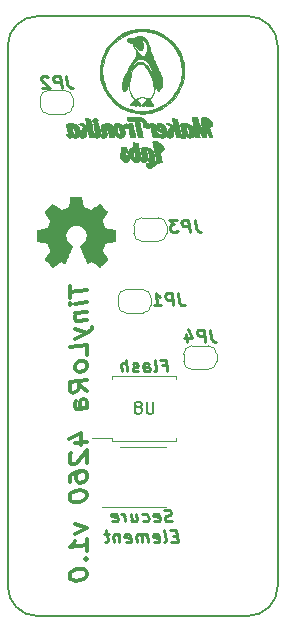
<source format=gbo>
G04 #@! TF.GenerationSoftware,KiCad,Pcbnew,(5.1.4)-1*
G04 #@! TF.CreationDate,2019-11-09T19:33:29+01:00*
G04 #@! TF.ProjectId,TLM-4260-breakout-v1_0,544c4d2d-3432-4363-902d-627265616b6f,1.1*
G04 #@! TF.SameCoordinates,Original*
G04 #@! TF.FileFunction,Legend,Bot*
G04 #@! TF.FilePolarity,Positive*
%FSLAX46Y46*%
G04 Gerber Fmt 4.6, Leading zero omitted, Abs format (unit mm)*
G04 Created by KiCad (PCBNEW (5.1.4)-1) date 2019-11-09 19:33:29*
%MOMM*%
%LPD*%
G04 APERTURE LIST*
%ADD10C,0.250000*%
%ADD11C,0.330000*%
%ADD12C,0.150000*%
%ADD13C,0.010000*%
%ADD14C,0.120000*%
G04 APERTURE END LIST*
D10*
X138398824Y-111319761D02*
X138247633Y-111367380D01*
X137985729Y-111367380D01*
X137875014Y-111319761D01*
X137816681Y-111272142D01*
X137752395Y-111176904D01*
X137740491Y-111081666D01*
X137780967Y-110986428D01*
X137827395Y-110938809D01*
X137926205Y-110891190D01*
X138129776Y-110843571D01*
X138228586Y-110795952D01*
X138275014Y-110748333D01*
X138315491Y-110653095D01*
X138303586Y-110557857D01*
X138239300Y-110462619D01*
X138180967Y-110415000D01*
X138070252Y-110367380D01*
X137808348Y-110367380D01*
X137657157Y-110415000D01*
X136879776Y-111319761D02*
X136990491Y-111367380D01*
X137200014Y-111367380D01*
X137298824Y-111319761D01*
X137339300Y-111224523D01*
X137291681Y-110843571D01*
X137227395Y-110748333D01*
X137116681Y-110700714D01*
X136907157Y-110700714D01*
X136808348Y-110748333D01*
X136767872Y-110843571D01*
X136779776Y-110938809D01*
X137315491Y-111034047D01*
X135884538Y-111319761D02*
X135995252Y-111367380D01*
X136204776Y-111367380D01*
X136303586Y-111319761D01*
X136350014Y-111272142D01*
X136390491Y-111176904D01*
X136354776Y-110891190D01*
X136290491Y-110795952D01*
X136232157Y-110748333D01*
X136121443Y-110700714D01*
X135911919Y-110700714D01*
X135813110Y-110748333D01*
X134864300Y-110700714D02*
X134947633Y-111367380D01*
X135335729Y-110700714D02*
X135401205Y-111224523D01*
X135360729Y-111319761D01*
X135261919Y-111367380D01*
X135104776Y-111367380D01*
X134994062Y-111319761D01*
X134935729Y-111272142D01*
X134423824Y-111367380D02*
X134340491Y-110700714D01*
X134364300Y-110891190D02*
X134300014Y-110795952D01*
X134241681Y-110748333D01*
X134130967Y-110700714D01*
X134026205Y-110700714D01*
X133317872Y-111319761D02*
X133428586Y-111367380D01*
X133638110Y-111367380D01*
X133736919Y-111319761D01*
X133777395Y-111224523D01*
X133729776Y-110843571D01*
X133665491Y-110748333D01*
X133554776Y-110700714D01*
X133345252Y-110700714D01*
X133246443Y-110748333D01*
X133205967Y-110843571D01*
X133217872Y-110938809D01*
X133753586Y-111034047D01*
X138784538Y-112593571D02*
X138417872Y-112593571D01*
X138326205Y-113117380D02*
X138850014Y-113117380D01*
X138725014Y-112117380D01*
X138201205Y-112117380D01*
X137697633Y-113117380D02*
X137796443Y-113069761D01*
X137836919Y-112974523D01*
X137729776Y-112117380D01*
X136853586Y-113069761D02*
X136964300Y-113117380D01*
X137173824Y-113117380D01*
X137272633Y-113069761D01*
X137313110Y-112974523D01*
X137265491Y-112593571D01*
X137201205Y-112498333D01*
X137090491Y-112450714D01*
X136880967Y-112450714D01*
X136782157Y-112498333D01*
X136741681Y-112593571D01*
X136753586Y-112688809D01*
X137289300Y-112784047D01*
X136335729Y-113117380D02*
X136252395Y-112450714D01*
X136264300Y-112545952D02*
X136205967Y-112498333D01*
X136095252Y-112450714D01*
X135938110Y-112450714D01*
X135839300Y-112498333D01*
X135798824Y-112593571D01*
X135864300Y-113117380D01*
X135798824Y-112593571D02*
X135734538Y-112498333D01*
X135623824Y-112450714D01*
X135466681Y-112450714D01*
X135367872Y-112498333D01*
X135327395Y-112593571D01*
X135392872Y-113117380D01*
X134444062Y-113069761D02*
X134554776Y-113117380D01*
X134764300Y-113117380D01*
X134863110Y-113069761D01*
X134903586Y-112974523D01*
X134855967Y-112593571D01*
X134791681Y-112498333D01*
X134680967Y-112450714D01*
X134471443Y-112450714D01*
X134372633Y-112498333D01*
X134332157Y-112593571D01*
X134344062Y-112688809D01*
X134879776Y-112784047D01*
X133842872Y-112450714D02*
X133926205Y-113117380D01*
X133854776Y-112545952D02*
X133796443Y-112498333D01*
X133685729Y-112450714D01*
X133528586Y-112450714D01*
X133429776Y-112498333D01*
X133389300Y-112593571D01*
X133454776Y-113117380D01*
X133004776Y-112450714D02*
X132585729Y-112450714D01*
X132805967Y-112117380D02*
X132913110Y-112974523D01*
X132872633Y-113069761D01*
X132773824Y-113117380D01*
X132669062Y-113117380D01*
X137554062Y-98138571D02*
X137920729Y-98138571D01*
X137986205Y-98662380D02*
X137861205Y-97662380D01*
X137337395Y-97662380D01*
X136886205Y-98662380D02*
X136985014Y-98614761D01*
X137025491Y-98519523D01*
X136918348Y-97662380D01*
X135995729Y-98662380D02*
X135930252Y-98138571D01*
X135970729Y-98043333D01*
X136069538Y-97995714D01*
X136279062Y-97995714D01*
X136389776Y-98043333D01*
X135989776Y-98614761D02*
X136100491Y-98662380D01*
X136362395Y-98662380D01*
X136461205Y-98614761D01*
X136501681Y-98519523D01*
X136489776Y-98424285D01*
X136425491Y-98329047D01*
X136314776Y-98281428D01*
X136052872Y-98281428D01*
X135942157Y-98233809D01*
X135518348Y-98614761D02*
X135419538Y-98662380D01*
X135210014Y-98662380D01*
X135099300Y-98614761D01*
X135035014Y-98519523D01*
X135029062Y-98471904D01*
X135069538Y-98376666D01*
X135168348Y-98329047D01*
X135325491Y-98329047D01*
X135424300Y-98281428D01*
X135464776Y-98186190D01*
X135458824Y-98138571D01*
X135394538Y-98043333D01*
X135283824Y-97995714D01*
X135126681Y-97995714D01*
X135027872Y-98043333D01*
X134581443Y-98662380D02*
X134456443Y-97662380D01*
X134110014Y-98662380D02*
X134044538Y-98138571D01*
X134085014Y-98043333D01*
X134183824Y-97995714D01*
X134340967Y-97995714D01*
X134451681Y-98043333D01*
X134510014Y-98090952D01*
X140289776Y-85842380D02*
X140379062Y-86556666D01*
X140449300Y-86699523D01*
X140565967Y-86794761D01*
X140729062Y-86842380D01*
X140833824Y-86842380D01*
X139890967Y-86842380D02*
X139765967Y-85842380D01*
X139346919Y-85842380D01*
X139248110Y-85890000D01*
X139201681Y-85937619D01*
X139161205Y-86032857D01*
X139179062Y-86175714D01*
X139243348Y-86270952D01*
X139301681Y-86318571D01*
X139412395Y-86366190D01*
X139831443Y-86366190D01*
X138770729Y-85842380D02*
X138089776Y-85842380D01*
X138504062Y-86223333D01*
X138346919Y-86223333D01*
X138248110Y-86270952D01*
X138201681Y-86318571D01*
X138161205Y-86413809D01*
X138190967Y-86651904D01*
X138255252Y-86747142D01*
X138313586Y-86794761D01*
X138424300Y-86842380D01*
X138738586Y-86842380D01*
X138837395Y-86794761D01*
X138883824Y-86747142D01*
X141589776Y-95142380D02*
X141679062Y-95856666D01*
X141749300Y-95999523D01*
X141865967Y-96094761D01*
X142029062Y-96142380D01*
X142133824Y-96142380D01*
X141190967Y-96142380D02*
X141065967Y-95142380D01*
X140646919Y-95142380D01*
X140548110Y-95190000D01*
X140501681Y-95237619D01*
X140461205Y-95332857D01*
X140479062Y-95475714D01*
X140543348Y-95570952D01*
X140601681Y-95618571D01*
X140712395Y-95666190D01*
X141131443Y-95666190D01*
X139536205Y-95475714D02*
X139619538Y-96142380D01*
X139750491Y-95094761D02*
X140101681Y-95809047D01*
X139420729Y-95809047D01*
X129419776Y-73652380D02*
X129509062Y-74366666D01*
X129579300Y-74509523D01*
X129695967Y-74604761D01*
X129859062Y-74652380D01*
X129963824Y-74652380D01*
X129020967Y-74652380D02*
X128895967Y-73652380D01*
X128476919Y-73652380D01*
X128378110Y-73700000D01*
X128331681Y-73747619D01*
X128291205Y-73842857D01*
X128309062Y-73985714D01*
X128373348Y-74080952D01*
X128431681Y-74128571D01*
X128542395Y-74176190D01*
X128961443Y-74176190D01*
X127860252Y-73747619D02*
X127801919Y-73700000D01*
X127691205Y-73652380D01*
X127429300Y-73652380D01*
X127330491Y-73700000D01*
X127284062Y-73747619D01*
X127243586Y-73842857D01*
X127255491Y-73938095D01*
X127325729Y-74080952D01*
X128025729Y-74652380D01*
X127344776Y-74652380D01*
X138889776Y-92062380D02*
X138979062Y-92776666D01*
X139049300Y-92919523D01*
X139165967Y-93014761D01*
X139329062Y-93062380D01*
X139433824Y-93062380D01*
X138490967Y-93062380D02*
X138365967Y-92062380D01*
X137946919Y-92062380D01*
X137848110Y-92110000D01*
X137801681Y-92157619D01*
X137761205Y-92252857D01*
X137779062Y-92395714D01*
X137843348Y-92490952D01*
X137901681Y-92538571D01*
X138012395Y-92586190D01*
X138431443Y-92586190D01*
X136814776Y-93062380D02*
X137443348Y-93062380D01*
X137129062Y-93062380D02*
X137004062Y-92062380D01*
X137126681Y-92205238D01*
X137243348Y-92300476D01*
X137354062Y-92348095D01*
D11*
X129705952Y-91439035D02*
X129705952Y-92410464D01*
X131155952Y-91743500D02*
X129705952Y-91924750D01*
X131155952Y-92795880D02*
X130189285Y-92916714D01*
X129705952Y-92977130D02*
X129775000Y-92887547D01*
X129844047Y-92959869D01*
X129775000Y-93049452D01*
X129705952Y-92977130D01*
X129844047Y-92959869D01*
X130189285Y-93726238D02*
X131155952Y-93605404D01*
X130327380Y-93708976D02*
X130258333Y-93798559D01*
X130189285Y-93969095D01*
X130189285Y-94211952D01*
X130258333Y-94365226D01*
X130396428Y-94428916D01*
X131155952Y-94333976D01*
X130189285Y-95102428D02*
X131155952Y-95386357D01*
X130189285Y-95911952D02*
X131155952Y-95386357D01*
X131501190Y-95181297D01*
X131570238Y-95091714D01*
X131639285Y-94921178D01*
X131155952Y-97248261D02*
X131155952Y-96438738D01*
X129705952Y-96619988D01*
X131155952Y-98057785D02*
X131086904Y-97904511D01*
X131017857Y-97832190D01*
X130879761Y-97768500D01*
X130465476Y-97820285D01*
X130327380Y-97918500D01*
X130258333Y-98008083D01*
X130189285Y-98178619D01*
X130189285Y-98421476D01*
X130258333Y-98574750D01*
X130327380Y-98647071D01*
X130465476Y-98710761D01*
X130879761Y-98658976D01*
X131017857Y-98560761D01*
X131086904Y-98471178D01*
X131155952Y-98300642D01*
X131155952Y-98057785D01*
X131155952Y-100324452D02*
X130465476Y-99844095D01*
X131155952Y-99353023D02*
X129705952Y-99534273D01*
X129705952Y-100181892D01*
X129775000Y-100335166D01*
X129844047Y-100407488D01*
X129982142Y-100471178D01*
X130189285Y-100445285D01*
X130327380Y-100347071D01*
X130396428Y-100257488D01*
X130465476Y-100086952D01*
X130465476Y-99439333D01*
X131155952Y-101781595D02*
X130396428Y-101876535D01*
X130258333Y-101812845D01*
X130189285Y-101659571D01*
X130189285Y-101335761D01*
X130258333Y-101165226D01*
X131086904Y-101790226D02*
X131155952Y-101619690D01*
X131155952Y-101214928D01*
X131086904Y-101061654D01*
X130948809Y-100997964D01*
X130810714Y-101015226D01*
X130672619Y-101113440D01*
X130603571Y-101283976D01*
X130603571Y-101688738D01*
X130534523Y-101859273D01*
X130189285Y-104735761D02*
X131155952Y-104614928D01*
X129636904Y-104400047D02*
X130672619Y-103865821D01*
X130672619Y-104918202D01*
X129844047Y-105588440D02*
X129775000Y-105678023D01*
X129705952Y-105848559D01*
X129705952Y-106253321D01*
X129775000Y-106406595D01*
X129844047Y-106478916D01*
X129982142Y-106542607D01*
X130120238Y-106525345D01*
X130327380Y-106418500D01*
X131155952Y-105343500D01*
X131155952Y-106395880D01*
X129705952Y-108034273D02*
X129705952Y-107710464D01*
X129775000Y-107539928D01*
X129844047Y-107450345D01*
X130051190Y-107262547D01*
X130327380Y-107147071D01*
X130879761Y-107078023D01*
X131017857Y-107141714D01*
X131086904Y-107214035D01*
X131155952Y-107367309D01*
X131155952Y-107691119D01*
X131086904Y-107861654D01*
X131017857Y-107951238D01*
X130879761Y-108049452D01*
X130534523Y-108092607D01*
X130396428Y-108028916D01*
X130327380Y-107956595D01*
X130258333Y-107803321D01*
X130258333Y-107479511D01*
X130327380Y-107308976D01*
X130396428Y-107219392D01*
X130534523Y-107121178D01*
X129705952Y-109248559D02*
X129705952Y-109410464D01*
X129775000Y-109563738D01*
X129844047Y-109636059D01*
X129982142Y-109699750D01*
X130258333Y-109746178D01*
X130603571Y-109703023D01*
X130879761Y-109587547D01*
X131017857Y-109489333D01*
X131086904Y-109399750D01*
X131155952Y-109229214D01*
X131155952Y-109067309D01*
X131086904Y-108914035D01*
X131017857Y-108841714D01*
X130879761Y-108778023D01*
X130603571Y-108731595D01*
X130258333Y-108774750D01*
X129982142Y-108890226D01*
X129844047Y-108988440D01*
X129775000Y-109078023D01*
X129705952Y-109248559D01*
X130189285Y-111616714D02*
X131155952Y-111900642D01*
X130189285Y-112426238D01*
X131155952Y-113843500D02*
X131155952Y-112872071D01*
X131155952Y-113357785D02*
X129705952Y-113539035D01*
X129913095Y-113351238D01*
X130051190Y-113172071D01*
X130120238Y-113001535D01*
X131017857Y-114589333D02*
X131086904Y-114661654D01*
X131155952Y-114572071D01*
X131086904Y-114499750D01*
X131017857Y-114589333D01*
X131155952Y-114572071D01*
X129705952Y-115886654D02*
X129705952Y-116048559D01*
X129775000Y-116201833D01*
X129844047Y-116274154D01*
X129982142Y-116337845D01*
X130258333Y-116384273D01*
X130603571Y-116341119D01*
X130879761Y-116225642D01*
X131017857Y-116127428D01*
X131086904Y-116037845D01*
X131155952Y-115867309D01*
X131155952Y-115705404D01*
X131086904Y-115552130D01*
X131017857Y-115479809D01*
X130879761Y-115416119D01*
X130603571Y-115369690D01*
X130258333Y-115412845D01*
X129982142Y-115528321D01*
X129844047Y-115626535D01*
X129775000Y-115716119D01*
X129705952Y-115886654D01*
D12*
X127000000Y-119380000D02*
G75*
G02X124460000Y-116840000I0J2540000D01*
G01*
X147320000Y-116840000D02*
G75*
G02X144780000Y-119380000I-2540000J0D01*
G01*
X144780000Y-68580000D02*
G75*
G02X147320000Y-71120000I0J-2540000D01*
G01*
X124460000Y-71120000D02*
G75*
G02X127000000Y-68580000I2540000J0D01*
G01*
X124460000Y-116840000D02*
X124460000Y-71120000D01*
X144780000Y-119380000D02*
X127000000Y-119380000D01*
X147320000Y-71120000D02*
X147320000Y-116840000D01*
X127000000Y-68580000D02*
X144780000Y-68580000D01*
D13*
G36*
X134735232Y-74528380D02*
G01*
X134734074Y-74575984D01*
X134737289Y-74644234D01*
X134744011Y-74718239D01*
X134753376Y-74783106D01*
X134758470Y-74806300D01*
X134766993Y-74824938D01*
X134769620Y-74796449D01*
X134766144Y-74724187D01*
X134764692Y-74704700D01*
X134756618Y-74615223D01*
X134748461Y-74547949D01*
X134741918Y-74516725D01*
X134741628Y-74516316D01*
X134735232Y-74528380D01*
X134735232Y-74528380D01*
G37*
X134735232Y-74528380D02*
X134734074Y-74575984D01*
X134737289Y-74644234D01*
X134744011Y-74718239D01*
X134753376Y-74783106D01*
X134758470Y-74806300D01*
X134766993Y-74824938D01*
X134769620Y-74796449D01*
X134766144Y-74724187D01*
X134764692Y-74704700D01*
X134756618Y-74615223D01*
X134748461Y-74547949D01*
X134741918Y-74516725D01*
X134741628Y-74516316D01*
X134735232Y-74528380D01*
G36*
X135482897Y-70284390D02*
G01*
X135448166Y-70294419D01*
X135347622Y-70332255D01*
X135252600Y-70378739D01*
X135199774Y-70412304D01*
X135128159Y-70457450D01*
X135065782Y-70469862D01*
X135029102Y-70465619D01*
X134881801Y-70440376D01*
X134774655Y-70429465D01*
X134698825Y-70433782D01*
X134645474Y-70454224D01*
X134605765Y-70491688D01*
X134592870Y-70509876D01*
X134568566Y-70564968D01*
X134574890Y-70625905D01*
X134582602Y-70649945D01*
X134612770Y-70707296D01*
X134664372Y-70753077D01*
X134747416Y-70793966D01*
X134853949Y-70831047D01*
X134977738Y-70890416D01*
X135059649Y-70976632D01*
X135096805Y-71079108D01*
X135117276Y-71143315D01*
X135158975Y-71233754D01*
X135214379Y-71334777D01*
X135239710Y-71376260D01*
X135303839Y-71482759D01*
X135345731Y-71571394D01*
X135364997Y-71652648D01*
X135361248Y-71737003D01*
X135334093Y-71834943D01*
X135283143Y-71956949D01*
X135212648Y-72104079D01*
X135074828Y-72373427D01*
X134925906Y-72642147D01*
X134757930Y-72924162D01*
X134604937Y-73168000D01*
X134531230Y-73285636D01*
X134460767Y-73402221D01*
X134402093Y-73503379D01*
X134366954Y-73568311D01*
X134305202Y-73712838D01*
X134251890Y-73880371D01*
X134208418Y-74060979D01*
X134176184Y-74244732D01*
X134156587Y-74421702D01*
X134151026Y-74581958D01*
X134160899Y-74715570D01*
X134187606Y-74812608D01*
X134190774Y-74819000D01*
X134236119Y-74883984D01*
X134292078Y-74912107D01*
X134314653Y-74915486D01*
X134405560Y-74904606D01*
X134477908Y-74850694D01*
X134533893Y-74751461D01*
X134564250Y-74654880D01*
X134593727Y-74554927D01*
X134628139Y-74463108D01*
X134654541Y-74409222D01*
X134703241Y-74329142D01*
X134713756Y-74415321D01*
X134720071Y-74456503D01*
X134724328Y-74452635D01*
X134727500Y-74401199D01*
X134728336Y-74377691D01*
X134737292Y-74280827D01*
X134757526Y-74147788D01*
X134786431Y-73991265D01*
X134821399Y-73823948D01*
X134859822Y-73658528D01*
X134899091Y-73507695D01*
X134925555Y-73418006D01*
X135019591Y-73162535D01*
X135125348Y-72956076D01*
X135243297Y-72798101D01*
X135373909Y-72688085D01*
X135517653Y-72625501D01*
X135648300Y-72609199D01*
X135767055Y-72620259D01*
X135874113Y-72657385D01*
X135980923Y-72726501D01*
X136098932Y-72833532D01*
X136116700Y-72851573D01*
X136275534Y-73043828D01*
X136420978Y-73277752D01*
X136549736Y-73545227D01*
X136658508Y-73838136D01*
X136743999Y-74148359D01*
X136802910Y-74467780D01*
X136815840Y-74572753D01*
X136827196Y-74819621D01*
X136805723Y-75037048D01*
X136752279Y-75222007D01*
X136667722Y-75371467D01*
X136559601Y-75477638D01*
X136462870Y-75532518D01*
X136363610Y-75553557D01*
X136250809Y-75540794D01*
X136113456Y-75494271D01*
X136078600Y-75479400D01*
X135946150Y-75428634D01*
X135838538Y-75408096D01*
X135739843Y-75417688D01*
X135634149Y-75457314D01*
X135596000Y-75476451D01*
X135455184Y-75540764D01*
X135340269Y-75568742D01*
X135241066Y-75559801D01*
X135147387Y-75513355D01*
X135066725Y-75446092D01*
X134975214Y-75336900D01*
X134895691Y-75193050D01*
X134828846Y-75022200D01*
X134804236Y-74953896D01*
X134792645Y-74933172D01*
X134793213Y-74958737D01*
X134795030Y-74971400D01*
X134821362Y-75068865D01*
X134869259Y-75183878D01*
X134930428Y-75301019D01*
X134996574Y-75404866D01*
X135059405Y-75480000D01*
X135076502Y-75494738D01*
X135142254Y-75557678D01*
X135166703Y-75619490D01*
X135148692Y-75686490D01*
X135087067Y-75764995D01*
X135014781Y-75832418D01*
X134941280Y-75901013D01*
X134883942Y-75963689D01*
X134853585Y-76008436D01*
X134851942Y-76013178D01*
X134856153Y-76076442D01*
X134900010Y-76118854D01*
X134974326Y-76133567D01*
X135009186Y-76130383D01*
X135096543Y-76128177D01*
X135188098Y-76142461D01*
X135195340Y-76144520D01*
X135285907Y-76160343D01*
X135350423Y-76146370D01*
X135419727Y-76132244D01*
X135517495Y-76144247D01*
X135529095Y-76146823D01*
X135607288Y-76161089D01*
X135654457Y-76157631D01*
X135686891Y-76135995D01*
X135709649Y-76089809D01*
X135697241Y-76027546D01*
X135647699Y-75944584D01*
X135559563Y-75836872D01*
X135482633Y-75741770D01*
X135446651Y-75669534D01*
X135452519Y-75611773D01*
X135501143Y-75560093D01*
X135593425Y-75506101D01*
X135595276Y-75505165D01*
X135717183Y-75452479D01*
X135820606Y-75432941D01*
X135924487Y-75446157D01*
X136047767Y-75491732D01*
X136056374Y-75495568D01*
X136147017Y-75541806D01*
X136194493Y-75581157D01*
X136205600Y-75611477D01*
X136188812Y-75649133D01*
X136143394Y-75712878D01*
X136076772Y-75793011D01*
X136015100Y-75860400D01*
X135909386Y-75980217D01*
X135846078Y-76073051D01*
X135825170Y-76138696D01*
X135846652Y-76176943D01*
X135910515Y-76187587D01*
X136016751Y-76170419D01*
X136028157Y-76167563D01*
X136107511Y-76150908D01*
X136164551Y-76153406D01*
X136224961Y-76177575D01*
X136246774Y-76188996D01*
X136309020Y-76219849D01*
X136350521Y-76235779D01*
X136357624Y-76236353D01*
X136387661Y-76232749D01*
X136454556Y-76227974D01*
X136544416Y-76223006D01*
X136553483Y-76222567D01*
X136651500Y-76215800D01*
X136710017Y-76204944D01*
X136740328Y-76186742D01*
X136751642Y-76165384D01*
X136753662Y-76115754D01*
X136729817Y-76050096D01*
X136676864Y-75962138D01*
X136591562Y-75845607D01*
X136576025Y-75825593D01*
X136499482Y-75714108D01*
X136464157Y-75628909D01*
X136470262Y-75570887D01*
X136508425Y-75543527D01*
X136575840Y-75501319D01*
X136648568Y-75422634D01*
X136719013Y-75320129D01*
X136779582Y-75206459D01*
X136822681Y-75094281D01*
X136840716Y-74996251D01*
X136840849Y-74989497D01*
X136851505Y-74936541D01*
X136878792Y-74858028D01*
X136906486Y-74793600D01*
X136959102Y-74641512D01*
X136984005Y-74463400D01*
X136991727Y-74360928D01*
X137000603Y-74270980D01*
X137008793Y-74212061D01*
X137009255Y-74209759D01*
X137020826Y-74167052D01*
X137034641Y-74170500D01*
X137049235Y-74194613D01*
X137061985Y-74248214D01*
X137065917Y-74341113D01*
X137061564Y-74448254D01*
X137058504Y-74611535D01*
X137076500Y-74733058D01*
X137116913Y-74817893D01*
X137174224Y-74867431D01*
X137227385Y-74890608D01*
X137270670Y-74883206D01*
X137307247Y-74861567D01*
X137386836Y-74781041D01*
X137450095Y-74657412D01*
X137495316Y-74496228D01*
X137520791Y-74303036D01*
X137525959Y-74150999D01*
X137522214Y-74014693D01*
X137515060Y-73942700D01*
X136866000Y-73942700D01*
X136853300Y-73955400D01*
X136840600Y-73942700D01*
X136853300Y-73930000D01*
X136866000Y-73942700D01*
X137515060Y-73942700D01*
X137510012Y-73891900D01*
X136842166Y-73891900D01*
X136744179Y-73625200D01*
X136697752Y-73503051D01*
X136650545Y-73385934D01*
X136609124Y-73289807D01*
X136587421Y-73244200D01*
X136461800Y-73030663D01*
X136320957Y-72845452D01*
X136169644Y-72692377D01*
X136012615Y-72575248D01*
X135854622Y-72497876D01*
X135700419Y-72464072D01*
X135616416Y-72465716D01*
X135523754Y-72483596D01*
X135437562Y-72511491D01*
X135416661Y-72521095D01*
X135315453Y-72588321D01*
X135207358Y-72683720D01*
X135109496Y-72790695D01*
X135045693Y-72880788D01*
X135007336Y-72943475D01*
X134980000Y-72983060D01*
X134972655Y-72990200D01*
X134975468Y-72968441D01*
X134991713Y-72911805D01*
X135013954Y-72844150D01*
X135103052Y-72637051D01*
X135213127Y-72468391D01*
X135341012Y-72340463D01*
X135483542Y-72255560D01*
X135637549Y-72215975D01*
X135799868Y-72224002D01*
X135852496Y-72236840D01*
X136047606Y-72319951D01*
X136228343Y-72451432D01*
X136361335Y-72590237D01*
X136495074Y-72779343D01*
X136614825Y-73003189D01*
X136714266Y-73246296D01*
X136787073Y-73493185D01*
X136826926Y-73728378D01*
X136827142Y-73730671D01*
X136842166Y-73891900D01*
X137510012Y-73891900D01*
X137509793Y-73889705D01*
X137485998Y-73766965D01*
X137448130Y-73637396D01*
X137393491Y-73491928D01*
X137319382Y-73321486D01*
X137223104Y-73116996D01*
X137210930Y-73091800D01*
X137130837Y-72924825D01*
X137050034Y-72753667D01*
X136974187Y-72590521D01*
X136908959Y-72447578D01*
X136860016Y-72337033D01*
X136856908Y-72329800D01*
X136796757Y-72190003D01*
X136730253Y-72036401D01*
X136667799Y-71892986D01*
X136640214Y-71830032D01*
X136539285Y-71544274D01*
X136499589Y-71360132D01*
X136470123Y-71223160D01*
X136295196Y-71223160D01*
X136291527Y-71401814D01*
X136257465Y-71572463D01*
X136194880Y-71725805D01*
X136105642Y-71852538D01*
X135991620Y-71943362D01*
X135989700Y-71944420D01*
X135924490Y-71961477D01*
X135851049Y-71940819D01*
X135760780Y-71879778D01*
X135748400Y-71869606D01*
X135677156Y-71810409D01*
X135590664Y-71738857D01*
X135538587Y-71695917D01*
X135454591Y-71615254D01*
X135366790Y-71511704D01*
X135282226Y-71396000D01*
X135207942Y-71278877D01*
X135150983Y-71171068D01*
X135118390Y-71083308D01*
X135113400Y-71047915D01*
X135121024Y-71017083D01*
X135146264Y-71014823D01*
X135192675Y-71043514D01*
X135263814Y-71105535D01*
X135363234Y-71203264D01*
X135396865Y-71237600D01*
X135493051Y-71334708D01*
X135563148Y-71400147D01*
X135615194Y-71439881D01*
X135657224Y-71459872D01*
X135697274Y-71466084D01*
X135704899Y-71466200D01*
X135800353Y-71444237D01*
X135870268Y-71379394D01*
X135913706Y-71273236D01*
X135929728Y-71127330D01*
X135929518Y-71091675D01*
X135900893Y-70913743D01*
X135827034Y-70748520D01*
X135735410Y-70635359D01*
X135511488Y-70635359D01*
X135492962Y-70670765D01*
X135469000Y-70678800D01*
X135436424Y-70660297D01*
X135429533Y-70651186D01*
X135426566Y-70612449D01*
X135453439Y-70586460D01*
X135490300Y-70589599D01*
X135497267Y-70595306D01*
X135511488Y-70635359D01*
X135735410Y-70635359D01*
X135713506Y-70608307D01*
X135708925Y-70604043D01*
X135630966Y-70538493D01*
X135560707Y-70499649D01*
X135477619Y-70479070D01*
X135382064Y-70469670D01*
X135304799Y-70455286D01*
X135275450Y-70428339D01*
X135295010Y-70392572D01*
X135352200Y-70357376D01*
X135413393Y-70331398D01*
X135450461Y-70329533D01*
X135483773Y-70351373D01*
X135487495Y-70354678D01*
X135528602Y-70382114D01*
X135603964Y-70424245D01*
X135701644Y-70474615D01*
X135778270Y-70511967D01*
X135923768Y-70586956D01*
X136031209Y-70658202D01*
X136111587Y-70735188D01*
X136175895Y-70827395D01*
X136203875Y-70879041D01*
X136266602Y-71045802D01*
X136295196Y-71223160D01*
X136470123Y-71223160D01*
X136440582Y-71085841D01*
X136358462Y-70846668D01*
X136254895Y-70645673D01*
X136131549Y-70485918D01*
X135990093Y-70370463D01*
X135947231Y-70346370D01*
X135787522Y-70282465D01*
X135637330Y-70262282D01*
X135482897Y-70284390D01*
X135482897Y-70284390D01*
G37*
X135482897Y-70284390D02*
X135448166Y-70294419D01*
X135347622Y-70332255D01*
X135252600Y-70378739D01*
X135199774Y-70412304D01*
X135128159Y-70457450D01*
X135065782Y-70469862D01*
X135029102Y-70465619D01*
X134881801Y-70440376D01*
X134774655Y-70429465D01*
X134698825Y-70433782D01*
X134645474Y-70454224D01*
X134605765Y-70491688D01*
X134592870Y-70509876D01*
X134568566Y-70564968D01*
X134574890Y-70625905D01*
X134582602Y-70649945D01*
X134612770Y-70707296D01*
X134664372Y-70753077D01*
X134747416Y-70793966D01*
X134853949Y-70831047D01*
X134977738Y-70890416D01*
X135059649Y-70976632D01*
X135096805Y-71079108D01*
X135117276Y-71143315D01*
X135158975Y-71233754D01*
X135214379Y-71334777D01*
X135239710Y-71376260D01*
X135303839Y-71482759D01*
X135345731Y-71571394D01*
X135364997Y-71652648D01*
X135361248Y-71737003D01*
X135334093Y-71834943D01*
X135283143Y-71956949D01*
X135212648Y-72104079D01*
X135074828Y-72373427D01*
X134925906Y-72642147D01*
X134757930Y-72924162D01*
X134604937Y-73168000D01*
X134531230Y-73285636D01*
X134460767Y-73402221D01*
X134402093Y-73503379D01*
X134366954Y-73568311D01*
X134305202Y-73712838D01*
X134251890Y-73880371D01*
X134208418Y-74060979D01*
X134176184Y-74244732D01*
X134156587Y-74421702D01*
X134151026Y-74581958D01*
X134160899Y-74715570D01*
X134187606Y-74812608D01*
X134190774Y-74819000D01*
X134236119Y-74883984D01*
X134292078Y-74912107D01*
X134314653Y-74915486D01*
X134405560Y-74904606D01*
X134477908Y-74850694D01*
X134533893Y-74751461D01*
X134564250Y-74654880D01*
X134593727Y-74554927D01*
X134628139Y-74463108D01*
X134654541Y-74409222D01*
X134703241Y-74329142D01*
X134713756Y-74415321D01*
X134720071Y-74456503D01*
X134724328Y-74452635D01*
X134727500Y-74401199D01*
X134728336Y-74377691D01*
X134737292Y-74280827D01*
X134757526Y-74147788D01*
X134786431Y-73991265D01*
X134821399Y-73823948D01*
X134859822Y-73658528D01*
X134899091Y-73507695D01*
X134925555Y-73418006D01*
X135019591Y-73162535D01*
X135125348Y-72956076D01*
X135243297Y-72798101D01*
X135373909Y-72688085D01*
X135517653Y-72625501D01*
X135648300Y-72609199D01*
X135767055Y-72620259D01*
X135874113Y-72657385D01*
X135980923Y-72726501D01*
X136098932Y-72833532D01*
X136116700Y-72851573D01*
X136275534Y-73043828D01*
X136420978Y-73277752D01*
X136549736Y-73545227D01*
X136658508Y-73838136D01*
X136743999Y-74148359D01*
X136802910Y-74467780D01*
X136815840Y-74572753D01*
X136827196Y-74819621D01*
X136805723Y-75037048D01*
X136752279Y-75222007D01*
X136667722Y-75371467D01*
X136559601Y-75477638D01*
X136462870Y-75532518D01*
X136363610Y-75553557D01*
X136250809Y-75540794D01*
X136113456Y-75494271D01*
X136078600Y-75479400D01*
X135946150Y-75428634D01*
X135838538Y-75408096D01*
X135739843Y-75417688D01*
X135634149Y-75457314D01*
X135596000Y-75476451D01*
X135455184Y-75540764D01*
X135340269Y-75568742D01*
X135241066Y-75559801D01*
X135147387Y-75513355D01*
X135066725Y-75446092D01*
X134975214Y-75336900D01*
X134895691Y-75193050D01*
X134828846Y-75022200D01*
X134804236Y-74953896D01*
X134792645Y-74933172D01*
X134793213Y-74958737D01*
X134795030Y-74971400D01*
X134821362Y-75068865D01*
X134869259Y-75183878D01*
X134930428Y-75301019D01*
X134996574Y-75404866D01*
X135059405Y-75480000D01*
X135076502Y-75494738D01*
X135142254Y-75557678D01*
X135166703Y-75619490D01*
X135148692Y-75686490D01*
X135087067Y-75764995D01*
X135014781Y-75832418D01*
X134941280Y-75901013D01*
X134883942Y-75963689D01*
X134853585Y-76008436D01*
X134851942Y-76013178D01*
X134856153Y-76076442D01*
X134900010Y-76118854D01*
X134974326Y-76133567D01*
X135009186Y-76130383D01*
X135096543Y-76128177D01*
X135188098Y-76142461D01*
X135195340Y-76144520D01*
X135285907Y-76160343D01*
X135350423Y-76146370D01*
X135419727Y-76132244D01*
X135517495Y-76144247D01*
X135529095Y-76146823D01*
X135607288Y-76161089D01*
X135654457Y-76157631D01*
X135686891Y-76135995D01*
X135709649Y-76089809D01*
X135697241Y-76027546D01*
X135647699Y-75944584D01*
X135559563Y-75836872D01*
X135482633Y-75741770D01*
X135446651Y-75669534D01*
X135452519Y-75611773D01*
X135501143Y-75560093D01*
X135593425Y-75506101D01*
X135595276Y-75505165D01*
X135717183Y-75452479D01*
X135820606Y-75432941D01*
X135924487Y-75446157D01*
X136047767Y-75491732D01*
X136056374Y-75495568D01*
X136147017Y-75541806D01*
X136194493Y-75581157D01*
X136205600Y-75611477D01*
X136188812Y-75649133D01*
X136143394Y-75712878D01*
X136076772Y-75793011D01*
X136015100Y-75860400D01*
X135909386Y-75980217D01*
X135846078Y-76073051D01*
X135825170Y-76138696D01*
X135846652Y-76176943D01*
X135910515Y-76187587D01*
X136016751Y-76170419D01*
X136028157Y-76167563D01*
X136107511Y-76150908D01*
X136164551Y-76153406D01*
X136224961Y-76177575D01*
X136246774Y-76188996D01*
X136309020Y-76219849D01*
X136350521Y-76235779D01*
X136357624Y-76236353D01*
X136387661Y-76232749D01*
X136454556Y-76227974D01*
X136544416Y-76223006D01*
X136553483Y-76222567D01*
X136651500Y-76215800D01*
X136710017Y-76204944D01*
X136740328Y-76186742D01*
X136751642Y-76165384D01*
X136753662Y-76115754D01*
X136729817Y-76050096D01*
X136676864Y-75962138D01*
X136591562Y-75845607D01*
X136576025Y-75825593D01*
X136499482Y-75714108D01*
X136464157Y-75628909D01*
X136470262Y-75570887D01*
X136508425Y-75543527D01*
X136575840Y-75501319D01*
X136648568Y-75422634D01*
X136719013Y-75320129D01*
X136779582Y-75206459D01*
X136822681Y-75094281D01*
X136840716Y-74996251D01*
X136840849Y-74989497D01*
X136851505Y-74936541D01*
X136878792Y-74858028D01*
X136906486Y-74793600D01*
X136959102Y-74641512D01*
X136984005Y-74463400D01*
X136991727Y-74360928D01*
X137000603Y-74270980D01*
X137008793Y-74212061D01*
X137009255Y-74209759D01*
X137020826Y-74167052D01*
X137034641Y-74170500D01*
X137049235Y-74194613D01*
X137061985Y-74248214D01*
X137065917Y-74341113D01*
X137061564Y-74448254D01*
X137058504Y-74611535D01*
X137076500Y-74733058D01*
X137116913Y-74817893D01*
X137174224Y-74867431D01*
X137227385Y-74890608D01*
X137270670Y-74883206D01*
X137307247Y-74861567D01*
X137386836Y-74781041D01*
X137450095Y-74657412D01*
X137495316Y-74496228D01*
X137520791Y-74303036D01*
X137525959Y-74150999D01*
X137522214Y-74014693D01*
X137515060Y-73942700D01*
X136866000Y-73942700D01*
X136853300Y-73955400D01*
X136840600Y-73942700D01*
X136853300Y-73930000D01*
X136866000Y-73942700D01*
X137515060Y-73942700D01*
X137510012Y-73891900D01*
X136842166Y-73891900D01*
X136744179Y-73625200D01*
X136697752Y-73503051D01*
X136650545Y-73385934D01*
X136609124Y-73289807D01*
X136587421Y-73244200D01*
X136461800Y-73030663D01*
X136320957Y-72845452D01*
X136169644Y-72692377D01*
X136012615Y-72575248D01*
X135854622Y-72497876D01*
X135700419Y-72464072D01*
X135616416Y-72465716D01*
X135523754Y-72483596D01*
X135437562Y-72511491D01*
X135416661Y-72521095D01*
X135315453Y-72588321D01*
X135207358Y-72683720D01*
X135109496Y-72790695D01*
X135045693Y-72880788D01*
X135007336Y-72943475D01*
X134980000Y-72983060D01*
X134972655Y-72990200D01*
X134975468Y-72968441D01*
X134991713Y-72911805D01*
X135013954Y-72844150D01*
X135103052Y-72637051D01*
X135213127Y-72468391D01*
X135341012Y-72340463D01*
X135483542Y-72255560D01*
X135637549Y-72215975D01*
X135799868Y-72224002D01*
X135852496Y-72236840D01*
X136047606Y-72319951D01*
X136228343Y-72451432D01*
X136361335Y-72590237D01*
X136495074Y-72779343D01*
X136614825Y-73003189D01*
X136714266Y-73246296D01*
X136787073Y-73493185D01*
X136826926Y-73728378D01*
X136827142Y-73730671D01*
X136842166Y-73891900D01*
X137510012Y-73891900D01*
X137509793Y-73889705D01*
X137485998Y-73766965D01*
X137448130Y-73637396D01*
X137393491Y-73491928D01*
X137319382Y-73321486D01*
X137223104Y-73116996D01*
X137210930Y-73091800D01*
X137130837Y-72924825D01*
X137050034Y-72753667D01*
X136974187Y-72590521D01*
X136908959Y-72447578D01*
X136860016Y-72337033D01*
X136856908Y-72329800D01*
X136796757Y-72190003D01*
X136730253Y-72036401D01*
X136667799Y-71892986D01*
X136640214Y-71830032D01*
X136539285Y-71544274D01*
X136499589Y-71360132D01*
X136470123Y-71223160D01*
X136295196Y-71223160D01*
X136291527Y-71401814D01*
X136257465Y-71572463D01*
X136194880Y-71725805D01*
X136105642Y-71852538D01*
X135991620Y-71943362D01*
X135989700Y-71944420D01*
X135924490Y-71961477D01*
X135851049Y-71940819D01*
X135760780Y-71879778D01*
X135748400Y-71869606D01*
X135677156Y-71810409D01*
X135590664Y-71738857D01*
X135538587Y-71695917D01*
X135454591Y-71615254D01*
X135366790Y-71511704D01*
X135282226Y-71396000D01*
X135207942Y-71278877D01*
X135150983Y-71171068D01*
X135118390Y-71083308D01*
X135113400Y-71047915D01*
X135121024Y-71017083D01*
X135146264Y-71014823D01*
X135192675Y-71043514D01*
X135263814Y-71105535D01*
X135363234Y-71203264D01*
X135396865Y-71237600D01*
X135493051Y-71334708D01*
X135563148Y-71400147D01*
X135615194Y-71439881D01*
X135657224Y-71459872D01*
X135697274Y-71466084D01*
X135704899Y-71466200D01*
X135800353Y-71444237D01*
X135870268Y-71379394D01*
X135913706Y-71273236D01*
X135929728Y-71127330D01*
X135929518Y-71091675D01*
X135900893Y-70913743D01*
X135827034Y-70748520D01*
X135735410Y-70635359D01*
X135511488Y-70635359D01*
X135492962Y-70670765D01*
X135469000Y-70678800D01*
X135436424Y-70660297D01*
X135429533Y-70651186D01*
X135426566Y-70612449D01*
X135453439Y-70586460D01*
X135490300Y-70589599D01*
X135497267Y-70595306D01*
X135511488Y-70635359D01*
X135735410Y-70635359D01*
X135713506Y-70608307D01*
X135708925Y-70604043D01*
X135630966Y-70538493D01*
X135560707Y-70499649D01*
X135477619Y-70479070D01*
X135382064Y-70469670D01*
X135304799Y-70455286D01*
X135275450Y-70428339D01*
X135295010Y-70392572D01*
X135352200Y-70357376D01*
X135413393Y-70331398D01*
X135450461Y-70329533D01*
X135483773Y-70351373D01*
X135487495Y-70354678D01*
X135528602Y-70382114D01*
X135603964Y-70424245D01*
X135701644Y-70474615D01*
X135778270Y-70511967D01*
X135923768Y-70586956D01*
X136031209Y-70658202D01*
X136111587Y-70735188D01*
X136175895Y-70827395D01*
X136203875Y-70879041D01*
X136266602Y-71045802D01*
X136295196Y-71223160D01*
X136470123Y-71223160D01*
X136440582Y-71085841D01*
X136358462Y-70846668D01*
X136254895Y-70645673D01*
X136131549Y-70485918D01*
X135990093Y-70370463D01*
X135947231Y-70346370D01*
X135787522Y-70282465D01*
X135637330Y-70262282D01*
X135482897Y-70284390D01*
G36*
X135415384Y-69683935D02*
G01*
X135004386Y-69758271D01*
X134606362Y-69881157D01*
X134223366Y-70051858D01*
X133857454Y-70269638D01*
X133600678Y-70459231D01*
X133286756Y-70743041D01*
X133010738Y-71057930D01*
X132774676Y-71400054D01*
X132580624Y-71765567D01*
X132430636Y-72150623D01*
X132326766Y-72551376D01*
X132272407Y-72946508D01*
X132263402Y-73372803D01*
X132303279Y-73790848D01*
X132390347Y-74197193D01*
X132522914Y-74588387D01*
X132699291Y-74960978D01*
X132917786Y-75311516D01*
X133176707Y-75636548D01*
X133474365Y-75932624D01*
X133809067Y-76196292D01*
X133892433Y-76252861D01*
X134244322Y-76458644D01*
X134607665Y-76618372D01*
X134988818Y-76734233D01*
X135394138Y-76808416D01*
X135557900Y-76826321D01*
X135681389Y-76837141D01*
X135774302Y-76843462D01*
X135853235Y-76845223D01*
X135934782Y-76842363D01*
X136035540Y-76834821D01*
X136154800Y-76824122D01*
X136569184Y-76761138D01*
X136969624Y-76650850D01*
X137352479Y-76495701D01*
X137714111Y-76298130D01*
X138050877Y-76060579D01*
X138359139Y-75785490D01*
X138635256Y-75475302D01*
X138875588Y-75132458D01*
X138998337Y-74917349D01*
X139174506Y-74530118D01*
X139302385Y-74134046D01*
X139382910Y-73732766D01*
X139417016Y-73329913D01*
X139410858Y-73112956D01*
X139195483Y-73112956D01*
X139194327Y-73462375D01*
X139163463Y-73783591D01*
X139100413Y-74091287D01*
X139002701Y-74400147D01*
X138959344Y-74512508D01*
X138789933Y-74868639D01*
X138579588Y-75201824D01*
X138332635Y-75508435D01*
X138053400Y-75784844D01*
X137746210Y-76027423D01*
X137415392Y-76232546D01*
X137065271Y-76396583D01*
X136700176Y-76515907D01*
X136522239Y-76555975D01*
X136420309Y-76575716D01*
X136332847Y-76592873D01*
X136275844Y-76604305D01*
X136269100Y-76605713D01*
X136194280Y-76614558D01*
X136080858Y-76619390D01*
X135940852Y-76620486D01*
X135786280Y-76618128D01*
X135629158Y-76612594D01*
X135481505Y-76604164D01*
X135355336Y-76593118D01*
X135278500Y-76582680D01*
X134883075Y-76489161D01*
X134506618Y-76350344D01*
X134152171Y-76169172D01*
X133822775Y-75948585D01*
X133521473Y-75691526D01*
X133251306Y-75400936D01*
X133015314Y-75079757D01*
X132816541Y-74730929D01*
X132658026Y-74357395D01*
X132542813Y-73962096D01*
X132535640Y-73930000D01*
X132512586Y-73791603D01*
X132494708Y-73619302D01*
X132482520Y-73427796D01*
X132476539Y-73231786D01*
X132477282Y-73045975D01*
X132485264Y-72885063D01*
X132495736Y-72793176D01*
X132581238Y-72381893D01*
X132704759Y-72002302D01*
X132868487Y-71650085D01*
X133074608Y-71320923D01*
X133325312Y-71010499D01*
X133481137Y-70848018D01*
X133790503Y-70577145D01*
X134124516Y-70348295D01*
X134479109Y-70162461D01*
X134850217Y-70020639D01*
X135233774Y-69923822D01*
X135625714Y-69873005D01*
X136021971Y-69869183D01*
X136418479Y-69913351D01*
X136811171Y-70006502D01*
X136859714Y-70021616D01*
X137235951Y-70167755D01*
X137590781Y-70357125D01*
X137920104Y-70586091D01*
X138219823Y-70851022D01*
X138485839Y-71148283D01*
X138714054Y-71474241D01*
X138900371Y-71825263D01*
X138904534Y-71834500D01*
X139009065Y-72086015D01*
X139086579Y-72319788D01*
X139140792Y-72552138D01*
X139175415Y-72799382D01*
X139194164Y-73077840D01*
X139195483Y-73112956D01*
X139410858Y-73112956D01*
X139405639Y-72929120D01*
X139349714Y-72534021D01*
X139250177Y-72148252D01*
X139107964Y-71775445D01*
X138924009Y-71419234D01*
X138699249Y-71083255D01*
X138434618Y-70771141D01*
X138131053Y-70486526D01*
X137793100Y-70235420D01*
X137431760Y-70025255D01*
X137058088Y-69863363D01*
X136669225Y-69748899D01*
X136262312Y-69681021D01*
X135837300Y-69658884D01*
X135415384Y-69683935D01*
X135415384Y-69683935D01*
G37*
X135415384Y-69683935D02*
X135004386Y-69758271D01*
X134606362Y-69881157D01*
X134223366Y-70051858D01*
X133857454Y-70269638D01*
X133600678Y-70459231D01*
X133286756Y-70743041D01*
X133010738Y-71057930D01*
X132774676Y-71400054D01*
X132580624Y-71765567D01*
X132430636Y-72150623D01*
X132326766Y-72551376D01*
X132272407Y-72946508D01*
X132263402Y-73372803D01*
X132303279Y-73790848D01*
X132390347Y-74197193D01*
X132522914Y-74588387D01*
X132699291Y-74960978D01*
X132917786Y-75311516D01*
X133176707Y-75636548D01*
X133474365Y-75932624D01*
X133809067Y-76196292D01*
X133892433Y-76252861D01*
X134244322Y-76458644D01*
X134607665Y-76618372D01*
X134988818Y-76734233D01*
X135394138Y-76808416D01*
X135557900Y-76826321D01*
X135681389Y-76837141D01*
X135774302Y-76843462D01*
X135853235Y-76845223D01*
X135934782Y-76842363D01*
X136035540Y-76834821D01*
X136154800Y-76824122D01*
X136569184Y-76761138D01*
X136969624Y-76650850D01*
X137352479Y-76495701D01*
X137714111Y-76298130D01*
X138050877Y-76060579D01*
X138359139Y-75785490D01*
X138635256Y-75475302D01*
X138875588Y-75132458D01*
X138998337Y-74917349D01*
X139174506Y-74530118D01*
X139302385Y-74134046D01*
X139382910Y-73732766D01*
X139417016Y-73329913D01*
X139410858Y-73112956D01*
X139195483Y-73112956D01*
X139194327Y-73462375D01*
X139163463Y-73783591D01*
X139100413Y-74091287D01*
X139002701Y-74400147D01*
X138959344Y-74512508D01*
X138789933Y-74868639D01*
X138579588Y-75201824D01*
X138332635Y-75508435D01*
X138053400Y-75784844D01*
X137746210Y-76027423D01*
X137415392Y-76232546D01*
X137065271Y-76396583D01*
X136700176Y-76515907D01*
X136522239Y-76555975D01*
X136420309Y-76575716D01*
X136332847Y-76592873D01*
X136275844Y-76604305D01*
X136269100Y-76605713D01*
X136194280Y-76614558D01*
X136080858Y-76619390D01*
X135940852Y-76620486D01*
X135786280Y-76618128D01*
X135629158Y-76612594D01*
X135481505Y-76604164D01*
X135355336Y-76593118D01*
X135278500Y-76582680D01*
X134883075Y-76489161D01*
X134506618Y-76350344D01*
X134152171Y-76169172D01*
X133822775Y-75948585D01*
X133521473Y-75691526D01*
X133251306Y-75400936D01*
X133015314Y-75079757D01*
X132816541Y-74730929D01*
X132658026Y-74357395D01*
X132542813Y-73962096D01*
X132535640Y-73930000D01*
X132512586Y-73791603D01*
X132494708Y-73619302D01*
X132482520Y-73427796D01*
X132476539Y-73231786D01*
X132477282Y-73045975D01*
X132485264Y-72885063D01*
X132495736Y-72793176D01*
X132581238Y-72381893D01*
X132704759Y-72002302D01*
X132868487Y-71650085D01*
X133074608Y-71320923D01*
X133325312Y-71010499D01*
X133481137Y-70848018D01*
X133790503Y-70577145D01*
X134124516Y-70348295D01*
X134479109Y-70162461D01*
X134850217Y-70020639D01*
X135233774Y-69923822D01*
X135625714Y-69873005D01*
X136021971Y-69869183D01*
X136418479Y-69913351D01*
X136811171Y-70006502D01*
X136859714Y-70021616D01*
X137235951Y-70167755D01*
X137590781Y-70357125D01*
X137920104Y-70586091D01*
X138219823Y-70851022D01*
X138485839Y-71148283D01*
X138714054Y-71474241D01*
X138900371Y-71825263D01*
X138904534Y-71834500D01*
X139009065Y-72086015D01*
X139086579Y-72319788D01*
X139140792Y-72552138D01*
X139175415Y-72799382D01*
X139194164Y-73077840D01*
X139195483Y-73112956D01*
X139410858Y-73112956D01*
X139405639Y-72929120D01*
X139349714Y-72534021D01*
X139250177Y-72148252D01*
X139107964Y-71775445D01*
X138924009Y-71419234D01*
X138699249Y-71083255D01*
X138434618Y-70771141D01*
X138131053Y-70486526D01*
X137793100Y-70235420D01*
X137431760Y-70025255D01*
X137058088Y-69863363D01*
X136669225Y-69748899D01*
X136262312Y-69681021D01*
X135837300Y-69658884D01*
X135415384Y-69683935D01*
G36*
X131745163Y-77232127D02*
G01*
X131677182Y-77290444D01*
X131638347Y-77375679D01*
X131633600Y-77422500D01*
X131654955Y-77515626D01*
X131710839Y-77586754D01*
X131788987Y-77630765D01*
X131877129Y-77642539D01*
X131962998Y-77616960D01*
X132010173Y-77579612D01*
X132057244Y-77495657D01*
X132064594Y-77398604D01*
X132032637Y-77306501D01*
X132003055Y-77268945D01*
X131920192Y-77216352D01*
X131830197Y-77205754D01*
X131745163Y-77232127D01*
X131745163Y-77232127D01*
G37*
X131745163Y-77232127D02*
X131677182Y-77290444D01*
X131638347Y-77375679D01*
X131633600Y-77422500D01*
X131654955Y-77515626D01*
X131710839Y-77586754D01*
X131788987Y-77630765D01*
X131877129Y-77642539D01*
X131962998Y-77616960D01*
X132010173Y-77579612D01*
X132057244Y-77495657D01*
X132064594Y-77398604D01*
X132032637Y-77306501D01*
X132003055Y-77268945D01*
X131920192Y-77216352D01*
X131830197Y-77205754D01*
X131745163Y-77232127D01*
G36*
X131032163Y-77240771D02*
G01*
X131032092Y-77240842D01*
X131031984Y-77269329D01*
X131041262Y-77337577D01*
X131058343Y-77435741D01*
X131081648Y-77553981D01*
X131084889Y-77569535D01*
X131109910Y-77690287D01*
X131130588Y-77792737D01*
X131144929Y-77866802D01*
X131150934Y-77902393D01*
X131151000Y-77903544D01*
X131132886Y-77897620D01*
X131084607Y-77865667D01*
X131015265Y-77813890D01*
X130987217Y-77791847D01*
X130823434Y-77661521D01*
X130637967Y-77669010D01*
X130452500Y-77676500D01*
X130685882Y-77817573D01*
X130919263Y-77958647D01*
X130845889Y-77986342D01*
X130771664Y-78037397D01*
X130710112Y-78120081D01*
X130673619Y-78215224D01*
X130668637Y-78260700D01*
X130675766Y-78337384D01*
X130693152Y-78424613D01*
X130695977Y-78435195D01*
X130709436Y-78516006D01*
X130695358Y-78557295D01*
X130655244Y-78556938D01*
X130622916Y-78538424D01*
X130577089Y-78480402D01*
X130576123Y-78474196D01*
X130133839Y-78474196D01*
X130122732Y-78547721D01*
X130096121Y-78574930D01*
X130053116Y-78557123D01*
X130015050Y-78521050D01*
X129991482Y-78478132D01*
X129963336Y-78401444D01*
X129933568Y-78302941D01*
X129905136Y-78194578D01*
X129880996Y-78088309D01*
X129864104Y-77996091D01*
X129857418Y-77929878D01*
X129862148Y-77902786D01*
X129895504Y-77897387D01*
X129928666Y-77904105D01*
X129975953Y-77941103D01*
X130025370Y-78015389D01*
X130071126Y-78114071D01*
X130107430Y-78224258D01*
X130128492Y-78333059D01*
X130130333Y-78353058D01*
X130133839Y-78474196D01*
X130576123Y-78474196D01*
X130566800Y-78414335D01*
X130552873Y-78303656D01*
X130515739Y-78171529D01*
X130462367Y-78037371D01*
X130399730Y-77920600D01*
X130378338Y-77889358D01*
X130310468Y-77807319D01*
X130239866Y-77747753D01*
X130157128Y-77707504D01*
X130052849Y-77683415D01*
X129917624Y-77672330D01*
X129742050Y-77671093D01*
X129728600Y-77671284D01*
X129584829Y-77675281D01*
X129477065Y-77682101D01*
X129410302Y-77691292D01*
X129389415Y-77701900D01*
X129395541Y-77734230D01*
X129410115Y-77807440D01*
X129431347Y-77912653D01*
X129457449Y-78040992D01*
X129477449Y-78138799D01*
X129504646Y-78276947D01*
X129526241Y-78397316D01*
X129540860Y-78491312D01*
X129547128Y-78550340D01*
X129545759Y-78566307D01*
X129513977Y-78568039D01*
X129474600Y-78552800D01*
X129427304Y-78535559D01*
X129404618Y-78538115D01*
X129404285Y-78570231D01*
X129425759Y-78629643D01*
X129461547Y-78702148D01*
X129504156Y-78773542D01*
X129546097Y-78829621D01*
X129569861Y-78851403D01*
X129649480Y-78876614D01*
X129744654Y-78869129D01*
X129834927Y-78832081D01*
X129869758Y-78805430D01*
X129927432Y-78751249D01*
X130001917Y-78806318D01*
X130117650Y-78862442D01*
X130246035Y-78876266D01*
X130370101Y-78846087D01*
X130375096Y-78843769D01*
X130437799Y-78808036D01*
X130477562Y-78774272D01*
X130482246Y-78766535D01*
X130504395Y-78755619D01*
X130555042Y-78775072D01*
X130611886Y-78808636D01*
X130726049Y-78865557D01*
X130830856Y-78880076D01*
X130942088Y-78853938D01*
X130959341Y-78847021D01*
X131038206Y-78804145D01*
X131088689Y-78747884D01*
X131114743Y-78668491D01*
X131120318Y-78556221D01*
X131115005Y-78463123D01*
X131107799Y-78355447D01*
X131107964Y-78289475D01*
X131116190Y-78256550D01*
X131132121Y-78248000D01*
X131193151Y-78270574D01*
X131240322Y-78339387D01*
X131273778Y-78451200D01*
X131296921Y-78562720D01*
X131321701Y-78681759D01*
X131330975Y-78726198D01*
X131359246Y-78861496D01*
X131604373Y-78857863D01*
X131726457Y-78858016D01*
X131843468Y-78861527D01*
X131936509Y-78867708D01*
X131963800Y-78870922D01*
X132047097Y-78876759D01*
X132111208Y-78860036D01*
X132169160Y-78825416D01*
X132260219Y-78763218D01*
X132328412Y-78812893D01*
X132437605Y-78865968D01*
X132553735Y-78878770D01*
X132664536Y-78853777D01*
X132757742Y-78793467D01*
X132814745Y-78714674D01*
X132835084Y-78669183D01*
X132846138Y-78629050D01*
X132847629Y-78582164D01*
X132839279Y-78516411D01*
X132820813Y-78419678D01*
X132806392Y-78349600D01*
X132776939Y-78201589D01*
X132759456Y-78096273D01*
X132753636Y-78027052D01*
X132759172Y-77987325D01*
X132775756Y-77970494D01*
X132788648Y-77968600D01*
X132829419Y-77991034D01*
X132868853Y-78059463D01*
X132907698Y-78175576D01*
X132940485Y-78311500D01*
X132967700Y-78437559D01*
X132997057Y-78572350D01*
X133022080Y-78686150D01*
X133060072Y-78857600D01*
X133261236Y-78857600D01*
X133355075Y-78854972D01*
X133425550Y-78847996D01*
X133460585Y-78838028D01*
X133462400Y-78834996D01*
X133457492Y-78801783D01*
X133444477Y-78731548D01*
X133425920Y-78636938D01*
X133404384Y-78530596D01*
X133382436Y-78425168D01*
X133362639Y-78333300D01*
X133347557Y-78267635D01*
X133346338Y-78262720D01*
X133341402Y-78213411D01*
X133364522Y-78197436D01*
X133370747Y-78197200D01*
X133404774Y-78218341D01*
X133411600Y-78247112D01*
X133423973Y-78324296D01*
X133456390Y-78425794D01*
X133501799Y-78532946D01*
X133553148Y-78627096D01*
X133558105Y-78634726D01*
X133655761Y-78743131D01*
X133778869Y-78821048D01*
X133915066Y-78863866D01*
X134051991Y-78866973D01*
X134129391Y-78847844D01*
X134229859Y-78801825D01*
X134295183Y-78745623D01*
X134340906Y-78665661D01*
X134342635Y-78661565D01*
X134372865Y-78530118D01*
X134370435Y-78455810D01*
X133945000Y-78455810D01*
X133942141Y-78530240D01*
X133930027Y-78566702D01*
X133903360Y-78577873D01*
X133893827Y-78578200D01*
X133843790Y-78556095D01*
X133793816Y-78498172D01*
X133792258Y-78495650D01*
X133725053Y-78363266D01*
X133701089Y-78257172D01*
X133716731Y-78183882D01*
X133736568Y-78100564D01*
X133725040Y-77997504D01*
X133704575Y-77936850D01*
X133700798Y-77900224D01*
X133724311Y-77892400D01*
X133768423Y-77915811D01*
X133815060Y-77978977D01*
X133860068Y-78071292D01*
X133899293Y-78182150D01*
X133928582Y-78300946D01*
X133943779Y-78417075D01*
X133945000Y-78455810D01*
X134370435Y-78455810D01*
X134367681Y-78371648D01*
X134329302Y-78201511D01*
X134281803Y-78048897D01*
X134340129Y-78075472D01*
X134420111Y-78091885D01*
X134491472Y-78072870D01*
X134538051Y-78023902D01*
X134544267Y-78006313D01*
X134562796Y-77958978D01*
X134579644Y-77943200D01*
X134608271Y-77955640D01*
X134636434Y-77996217D01*
X134665903Y-78069816D01*
X134698449Y-78181323D01*
X134735843Y-78335622D01*
X134757960Y-78435168D01*
X134847020Y-78844900D01*
X135057155Y-78852289D01*
X135159813Y-78855345D01*
X135221237Y-78853980D01*
X135250953Y-78845735D01*
X135258488Y-78828152D01*
X135253992Y-78801489D01*
X135244741Y-78759089D01*
X135226925Y-78675789D01*
X135202417Y-78560405D01*
X135173088Y-78421751D01*
X135140811Y-78268645D01*
X135139139Y-78260700D01*
X135106766Y-78107184D01*
X135077238Y-77967761D01*
X135052427Y-77851225D01*
X135034206Y-77766366D01*
X135024447Y-77721979D01*
X135024208Y-77720950D01*
X135013792Y-77692325D01*
X134991702Y-77675275D01*
X134946821Y-77666829D01*
X134868028Y-77664019D01*
X134810233Y-77663800D01*
X134696613Y-77667487D01*
X134624864Y-77678130D01*
X134599953Y-77692842D01*
X134580118Y-77709181D01*
X134536006Y-77692842D01*
X134445659Y-77668128D01*
X134356609Y-77682186D01*
X134281863Y-77728180D01*
X134234428Y-77799272D01*
X134224400Y-77856621D01*
X134222804Y-77891203D01*
X134212537Y-77901976D01*
X134185387Y-77885740D01*
X134133138Y-77839295D01*
X134099595Y-77808010D01*
X134023872Y-77744311D01*
X133950999Y-77694722D01*
X133902745Y-77672155D01*
X133793388Y-77654778D01*
X133680771Y-77655469D01*
X133586436Y-77673430D01*
X133559446Y-77684840D01*
X133490950Y-77742198D01*
X133437062Y-77823379D01*
X133412000Y-77906137D01*
X133411600Y-77916166D01*
X133393941Y-77966062D01*
X133353634Y-77990273D01*
X133309684Y-77978189D01*
X133306232Y-77974991D01*
X133286597Y-77937063D01*
X133263844Y-77867337D01*
X133250199Y-77812868D01*
X133219919Y-77676500D01*
X132890310Y-77670818D01*
X132723678Y-77670273D01*
X132599793Y-77676460D01*
X132510833Y-77691261D01*
X132448977Y-77716557D01*
X132406403Y-77754227D01*
X132381703Y-77793116D01*
X132355546Y-77866229D01*
X132346950Y-77956730D01*
X132356220Y-78073463D01*
X132383658Y-78225268D01*
X132398922Y-78294033D01*
X132426213Y-78429662D01*
X132434594Y-78519400D01*
X132423701Y-78564647D01*
X132393174Y-78566805D01*
X132342651Y-78527274D01*
X132339532Y-78524167D01*
X132313328Y-78489440D01*
X132288597Y-78435929D01*
X132262948Y-78356046D01*
X132233988Y-78242200D01*
X132199323Y-78086800D01*
X132194422Y-78063850D01*
X132109305Y-77663800D01*
X131909553Y-77663800D01*
X131808742Y-77665113D01*
X131748611Y-77670597D01*
X131719072Y-77682566D01*
X131710038Y-77703337D01*
X131709800Y-77709651D01*
X131715043Y-77750306D01*
X131729422Y-77830057D01*
X131750918Y-77938440D01*
X131777508Y-78064994D01*
X131786000Y-78104134D01*
X131822927Y-78277247D01*
X131847470Y-78405797D01*
X131859436Y-78494540D01*
X131858631Y-78548230D01*
X131844860Y-78571621D01*
X131817929Y-78569469D01*
X131777645Y-78546526D01*
X131768196Y-78540021D01*
X131745181Y-78521459D01*
X131725209Y-78496963D01*
X131706483Y-78460499D01*
X131687206Y-78406034D01*
X131665583Y-78327534D01*
X131639814Y-78218966D01*
X131608105Y-78074296D01*
X131568658Y-77887490D01*
X131556416Y-77828900D01*
X131519494Y-77658991D01*
X131485069Y-77513981D01*
X131454820Y-77400199D01*
X131430424Y-77323976D01*
X131414061Y-77292007D01*
X131373981Y-77276014D01*
X131303038Y-77260131D01*
X131217309Y-77246511D01*
X131132869Y-77237310D01*
X131065795Y-77234678D01*
X131032163Y-77240771D01*
X131032163Y-77240771D01*
G37*
X131032163Y-77240771D02*
X131032092Y-77240842D01*
X131031984Y-77269329D01*
X131041262Y-77337577D01*
X131058343Y-77435741D01*
X131081648Y-77553981D01*
X131084889Y-77569535D01*
X131109910Y-77690287D01*
X131130588Y-77792737D01*
X131144929Y-77866802D01*
X131150934Y-77902393D01*
X131151000Y-77903544D01*
X131132886Y-77897620D01*
X131084607Y-77865667D01*
X131015265Y-77813890D01*
X130987217Y-77791847D01*
X130823434Y-77661521D01*
X130637967Y-77669010D01*
X130452500Y-77676500D01*
X130685882Y-77817573D01*
X130919263Y-77958647D01*
X130845889Y-77986342D01*
X130771664Y-78037397D01*
X130710112Y-78120081D01*
X130673619Y-78215224D01*
X130668637Y-78260700D01*
X130675766Y-78337384D01*
X130693152Y-78424613D01*
X130695977Y-78435195D01*
X130709436Y-78516006D01*
X130695358Y-78557295D01*
X130655244Y-78556938D01*
X130622916Y-78538424D01*
X130577089Y-78480402D01*
X130576123Y-78474196D01*
X130133839Y-78474196D01*
X130122732Y-78547721D01*
X130096121Y-78574930D01*
X130053116Y-78557123D01*
X130015050Y-78521050D01*
X129991482Y-78478132D01*
X129963336Y-78401444D01*
X129933568Y-78302941D01*
X129905136Y-78194578D01*
X129880996Y-78088309D01*
X129864104Y-77996091D01*
X129857418Y-77929878D01*
X129862148Y-77902786D01*
X129895504Y-77897387D01*
X129928666Y-77904105D01*
X129975953Y-77941103D01*
X130025370Y-78015389D01*
X130071126Y-78114071D01*
X130107430Y-78224258D01*
X130128492Y-78333059D01*
X130130333Y-78353058D01*
X130133839Y-78474196D01*
X130576123Y-78474196D01*
X130566800Y-78414335D01*
X130552873Y-78303656D01*
X130515739Y-78171529D01*
X130462367Y-78037371D01*
X130399730Y-77920600D01*
X130378338Y-77889358D01*
X130310468Y-77807319D01*
X130239866Y-77747753D01*
X130157128Y-77707504D01*
X130052849Y-77683415D01*
X129917624Y-77672330D01*
X129742050Y-77671093D01*
X129728600Y-77671284D01*
X129584829Y-77675281D01*
X129477065Y-77682101D01*
X129410302Y-77691292D01*
X129389415Y-77701900D01*
X129395541Y-77734230D01*
X129410115Y-77807440D01*
X129431347Y-77912653D01*
X129457449Y-78040992D01*
X129477449Y-78138799D01*
X129504646Y-78276947D01*
X129526241Y-78397316D01*
X129540860Y-78491312D01*
X129547128Y-78550340D01*
X129545759Y-78566307D01*
X129513977Y-78568039D01*
X129474600Y-78552800D01*
X129427304Y-78535559D01*
X129404618Y-78538115D01*
X129404285Y-78570231D01*
X129425759Y-78629643D01*
X129461547Y-78702148D01*
X129504156Y-78773542D01*
X129546097Y-78829621D01*
X129569861Y-78851403D01*
X129649480Y-78876614D01*
X129744654Y-78869129D01*
X129834927Y-78832081D01*
X129869758Y-78805430D01*
X129927432Y-78751249D01*
X130001917Y-78806318D01*
X130117650Y-78862442D01*
X130246035Y-78876266D01*
X130370101Y-78846087D01*
X130375096Y-78843769D01*
X130437799Y-78808036D01*
X130477562Y-78774272D01*
X130482246Y-78766535D01*
X130504395Y-78755619D01*
X130555042Y-78775072D01*
X130611886Y-78808636D01*
X130726049Y-78865557D01*
X130830856Y-78880076D01*
X130942088Y-78853938D01*
X130959341Y-78847021D01*
X131038206Y-78804145D01*
X131088689Y-78747884D01*
X131114743Y-78668491D01*
X131120318Y-78556221D01*
X131115005Y-78463123D01*
X131107799Y-78355447D01*
X131107964Y-78289475D01*
X131116190Y-78256550D01*
X131132121Y-78248000D01*
X131193151Y-78270574D01*
X131240322Y-78339387D01*
X131273778Y-78451200D01*
X131296921Y-78562720D01*
X131321701Y-78681759D01*
X131330975Y-78726198D01*
X131359246Y-78861496D01*
X131604373Y-78857863D01*
X131726457Y-78858016D01*
X131843468Y-78861527D01*
X131936509Y-78867708D01*
X131963800Y-78870922D01*
X132047097Y-78876759D01*
X132111208Y-78860036D01*
X132169160Y-78825416D01*
X132260219Y-78763218D01*
X132328412Y-78812893D01*
X132437605Y-78865968D01*
X132553735Y-78878770D01*
X132664536Y-78853777D01*
X132757742Y-78793467D01*
X132814745Y-78714674D01*
X132835084Y-78669183D01*
X132846138Y-78629050D01*
X132847629Y-78582164D01*
X132839279Y-78516411D01*
X132820813Y-78419678D01*
X132806392Y-78349600D01*
X132776939Y-78201589D01*
X132759456Y-78096273D01*
X132753636Y-78027052D01*
X132759172Y-77987325D01*
X132775756Y-77970494D01*
X132788648Y-77968600D01*
X132829419Y-77991034D01*
X132868853Y-78059463D01*
X132907698Y-78175576D01*
X132940485Y-78311500D01*
X132967700Y-78437559D01*
X132997057Y-78572350D01*
X133022080Y-78686150D01*
X133060072Y-78857600D01*
X133261236Y-78857600D01*
X133355075Y-78854972D01*
X133425550Y-78847996D01*
X133460585Y-78838028D01*
X133462400Y-78834996D01*
X133457492Y-78801783D01*
X133444477Y-78731548D01*
X133425920Y-78636938D01*
X133404384Y-78530596D01*
X133382436Y-78425168D01*
X133362639Y-78333300D01*
X133347557Y-78267635D01*
X133346338Y-78262720D01*
X133341402Y-78213411D01*
X133364522Y-78197436D01*
X133370747Y-78197200D01*
X133404774Y-78218341D01*
X133411600Y-78247112D01*
X133423973Y-78324296D01*
X133456390Y-78425794D01*
X133501799Y-78532946D01*
X133553148Y-78627096D01*
X133558105Y-78634726D01*
X133655761Y-78743131D01*
X133778869Y-78821048D01*
X133915066Y-78863866D01*
X134051991Y-78866973D01*
X134129391Y-78847844D01*
X134229859Y-78801825D01*
X134295183Y-78745623D01*
X134340906Y-78665661D01*
X134342635Y-78661565D01*
X134372865Y-78530118D01*
X134370435Y-78455810D01*
X133945000Y-78455810D01*
X133942141Y-78530240D01*
X133930027Y-78566702D01*
X133903360Y-78577873D01*
X133893827Y-78578200D01*
X133843790Y-78556095D01*
X133793816Y-78498172D01*
X133792258Y-78495650D01*
X133725053Y-78363266D01*
X133701089Y-78257172D01*
X133716731Y-78183882D01*
X133736568Y-78100564D01*
X133725040Y-77997504D01*
X133704575Y-77936850D01*
X133700798Y-77900224D01*
X133724311Y-77892400D01*
X133768423Y-77915811D01*
X133815060Y-77978977D01*
X133860068Y-78071292D01*
X133899293Y-78182150D01*
X133928582Y-78300946D01*
X133943779Y-78417075D01*
X133945000Y-78455810D01*
X134370435Y-78455810D01*
X134367681Y-78371648D01*
X134329302Y-78201511D01*
X134281803Y-78048897D01*
X134340129Y-78075472D01*
X134420111Y-78091885D01*
X134491472Y-78072870D01*
X134538051Y-78023902D01*
X134544267Y-78006313D01*
X134562796Y-77958978D01*
X134579644Y-77943200D01*
X134608271Y-77955640D01*
X134636434Y-77996217D01*
X134665903Y-78069816D01*
X134698449Y-78181323D01*
X134735843Y-78335622D01*
X134757960Y-78435168D01*
X134847020Y-78844900D01*
X135057155Y-78852289D01*
X135159813Y-78855345D01*
X135221237Y-78853980D01*
X135250953Y-78845735D01*
X135258488Y-78828152D01*
X135253992Y-78801489D01*
X135244741Y-78759089D01*
X135226925Y-78675789D01*
X135202417Y-78560405D01*
X135173088Y-78421751D01*
X135140811Y-78268645D01*
X135139139Y-78260700D01*
X135106766Y-78107184D01*
X135077238Y-77967761D01*
X135052427Y-77851225D01*
X135034206Y-77766366D01*
X135024447Y-77721979D01*
X135024208Y-77720950D01*
X135013792Y-77692325D01*
X134991702Y-77675275D01*
X134946821Y-77666829D01*
X134868028Y-77664019D01*
X134810233Y-77663800D01*
X134696613Y-77667487D01*
X134624864Y-77678130D01*
X134599953Y-77692842D01*
X134580118Y-77709181D01*
X134536006Y-77692842D01*
X134445659Y-77668128D01*
X134356609Y-77682186D01*
X134281863Y-77728180D01*
X134234428Y-77799272D01*
X134224400Y-77856621D01*
X134222804Y-77891203D01*
X134212537Y-77901976D01*
X134185387Y-77885740D01*
X134133138Y-77839295D01*
X134099595Y-77808010D01*
X134023872Y-77744311D01*
X133950999Y-77694722D01*
X133902745Y-77672155D01*
X133793388Y-77654778D01*
X133680771Y-77655469D01*
X133586436Y-77673430D01*
X133559446Y-77684840D01*
X133490950Y-77742198D01*
X133437062Y-77823379D01*
X133412000Y-77906137D01*
X133411600Y-77916166D01*
X133393941Y-77966062D01*
X133353634Y-77990273D01*
X133309684Y-77978189D01*
X133306232Y-77974991D01*
X133286597Y-77937063D01*
X133263844Y-77867337D01*
X133250199Y-77812868D01*
X133219919Y-77676500D01*
X132890310Y-77670818D01*
X132723678Y-77670273D01*
X132599793Y-77676460D01*
X132510833Y-77691261D01*
X132448977Y-77716557D01*
X132406403Y-77754227D01*
X132381703Y-77793116D01*
X132355546Y-77866229D01*
X132346950Y-77956730D01*
X132356220Y-78073463D01*
X132383658Y-78225268D01*
X132398922Y-78294033D01*
X132426213Y-78429662D01*
X132434594Y-78519400D01*
X132423701Y-78564647D01*
X132393174Y-78566805D01*
X132342651Y-78527274D01*
X132339532Y-78524167D01*
X132313328Y-78489440D01*
X132288597Y-78435929D01*
X132262948Y-78356046D01*
X132233988Y-78242200D01*
X132199323Y-78086800D01*
X132194422Y-78063850D01*
X132109305Y-77663800D01*
X131909553Y-77663800D01*
X131808742Y-77665113D01*
X131748611Y-77670597D01*
X131719072Y-77682566D01*
X131710038Y-77703337D01*
X131709800Y-77709651D01*
X131715043Y-77750306D01*
X131729422Y-77830057D01*
X131750918Y-77938440D01*
X131777508Y-78064994D01*
X131786000Y-78104134D01*
X131822927Y-78277247D01*
X131847470Y-78405797D01*
X131859436Y-78494540D01*
X131858631Y-78548230D01*
X131844860Y-78571621D01*
X131817929Y-78569469D01*
X131777645Y-78546526D01*
X131768196Y-78540021D01*
X131745181Y-78521459D01*
X131725209Y-78496963D01*
X131706483Y-78460499D01*
X131687206Y-78406034D01*
X131665583Y-78327534D01*
X131639814Y-78218966D01*
X131608105Y-78074296D01*
X131568658Y-77887490D01*
X131556416Y-77828900D01*
X131519494Y-77658991D01*
X131485069Y-77513981D01*
X131454820Y-77400199D01*
X131430424Y-77323976D01*
X131414061Y-77292007D01*
X131373981Y-77276014D01*
X131303038Y-77260131D01*
X131217309Y-77246511D01*
X131132869Y-77237310D01*
X131065795Y-77234678D01*
X131032163Y-77240771D01*
G36*
X134557925Y-77118609D02*
G01*
X134555677Y-77147081D01*
X134560947Y-77208062D01*
X134565460Y-77241282D01*
X134604024Y-77361015D01*
X134677725Y-77444550D01*
X134785506Y-77491336D01*
X134926310Y-77500819D01*
X135034962Y-77486732D01*
X135111302Y-77473323D01*
X135163526Y-77466500D01*
X135177809Y-77466827D01*
X135184280Y-77492358D01*
X135199862Y-77561207D01*
X135223161Y-77666992D01*
X135252783Y-77803330D01*
X135287334Y-77963838D01*
X135325420Y-78142132D01*
X135330381Y-78165450D01*
X135477567Y-78857600D01*
X135688386Y-78857600D01*
X135796986Y-78855518D01*
X135861340Y-78848595D01*
X135887858Y-78835814D01*
X135888615Y-78825850D01*
X135873707Y-78773010D01*
X135851244Y-78682983D01*
X135822902Y-78563421D01*
X135790356Y-78421975D01*
X135755283Y-78266297D01*
X135719358Y-78104039D01*
X135684257Y-77942852D01*
X135651655Y-77790390D01*
X135623229Y-77654302D01*
X135600653Y-77542242D01*
X135585604Y-77461861D01*
X135579758Y-77420811D01*
X135580129Y-77417204D01*
X135615625Y-77412337D01*
X135677353Y-77426374D01*
X135747450Y-77452999D01*
X135808051Y-77485894D01*
X135832953Y-77506596D01*
X135870304Y-77574163D01*
X135897068Y-77671558D01*
X135909739Y-77778300D01*
X135904808Y-77873914D01*
X135899699Y-77896240D01*
X135883416Y-77955545D01*
X135875536Y-77989211D01*
X135875400Y-77990713D01*
X135898105Y-77994123D01*
X135956088Y-77992078D01*
X136000134Y-77988477D01*
X136083716Y-77985181D01*
X136134870Y-77997877D01*
X136164390Y-78022650D01*
X136227467Y-78068424D01*
X136306367Y-78091701D01*
X136371025Y-78086290D01*
X136408412Y-78052950D01*
X136434342Y-78006328D01*
X136458847Y-77961815D01*
X136490564Y-77959020D01*
X136505869Y-77966174D01*
X136528962Y-77990540D01*
X136552111Y-78042560D01*
X136577418Y-78128775D01*
X136606984Y-78255727D01*
X136622498Y-78329146D01*
X136650540Y-78463125D01*
X136677182Y-78587496D01*
X136699647Y-78689488D01*
X136715160Y-78756328D01*
X136716669Y-78762350D01*
X136740959Y-78857600D01*
X137150908Y-78857600D01*
X137134970Y-78794100D01*
X137127557Y-78746177D01*
X137142912Y-78734446D01*
X137187423Y-78757726D01*
X137217912Y-78778773D01*
X137335356Y-78838847D01*
X137468345Y-78869565D01*
X137602213Y-78870508D01*
X137722292Y-78841256D01*
X137799094Y-78795387D01*
X137867635Y-78736431D01*
X137950067Y-78799304D01*
X138058513Y-78856470D01*
X138175415Y-78876361D01*
X138288497Y-78860683D01*
X138385485Y-78811138D01*
X138454104Y-78729432D01*
X138454166Y-78729312D01*
X138476002Y-78674524D01*
X138485532Y-78609828D01*
X138484100Y-78519756D01*
X138478609Y-78447911D01*
X138471173Y-78344826D01*
X138471798Y-78283172D01*
X138481223Y-78254113D01*
X138495307Y-78248388D01*
X138539719Y-78257983D01*
X138574473Y-78290896D01*
X138604005Y-78355039D01*
X138632749Y-78458324D01*
X138646114Y-78517401D01*
X138669633Y-78625443D01*
X138690414Y-78720313D01*
X138705126Y-78786824D01*
X138708578Y-78802141D01*
X138717576Y-78829753D01*
X138736022Y-78846856D01*
X138774139Y-78855765D01*
X138842150Y-78858797D01*
X138950279Y-78858266D01*
X138956059Y-78858198D01*
X139076483Y-78858775D01*
X139192472Y-78862745D01*
X139284126Y-78869325D01*
X139305570Y-78871926D01*
X139384595Y-78878291D01*
X139439813Y-78864771D01*
X139496372Y-78825046D01*
X139498181Y-78823528D01*
X139575323Y-78758617D01*
X139698167Y-78820808D01*
X139812788Y-78867760D01*
X139910577Y-78878886D01*
X140009372Y-78855486D01*
X140034150Y-78845342D01*
X140128190Y-78777893D01*
X140190746Y-78673398D01*
X140219254Y-78536579D01*
X140220711Y-78502000D01*
X140221844Y-78463464D01*
X139804291Y-78463464D01*
X139795010Y-78526568D01*
X139787981Y-78538918D01*
X139743197Y-78560049D01*
X139689553Y-78541792D01*
X139641845Y-78489717D01*
X139637704Y-78482367D01*
X139620977Y-78436651D01*
X139599800Y-78358741D01*
X139576694Y-78260865D01*
X139554183Y-78155252D01*
X139534789Y-78054132D01*
X139521035Y-77969732D01*
X139515443Y-77914283D01*
X139517463Y-77899470D01*
X139554850Y-77893407D01*
X139606363Y-77922563D01*
X139660958Y-77978030D01*
X139707590Y-78050905D01*
X139709108Y-78054003D01*
X139748346Y-78152855D01*
X139778757Y-78263072D01*
X139798139Y-78371120D01*
X139804291Y-78463464D01*
X140221844Y-78463464D01*
X140222896Y-78427721D01*
X140227149Y-78394346D01*
X140234258Y-78403989D01*
X140245010Y-78458762D01*
X140260191Y-78560779D01*
X140270386Y-78635350D01*
X140300248Y-78857600D01*
X140500824Y-78857600D01*
X140602130Y-78856224D01*
X140662644Y-78850624D01*
X140692333Y-78838590D01*
X140701163Y-78817911D01*
X140701307Y-78813150D01*
X140696621Y-78773767D01*
X140683754Y-78694255D01*
X140664391Y-78584314D01*
X140640218Y-78453647D01*
X140625200Y-78375000D01*
X140599275Y-78238820D01*
X140598235Y-78233183D01*
X140216795Y-78233183D01*
X140212125Y-78266127D01*
X140203455Y-78266520D01*
X140197391Y-78232525D01*
X140201449Y-78217837D01*
X140212728Y-78208216D01*
X140216795Y-78233183D01*
X140598235Y-78233183D01*
X140577298Y-78119749D01*
X140560901Y-78026918D01*
X140551715Y-77969461D01*
X140550337Y-77955900D01*
X140559021Y-77970428D01*
X140582544Y-78025880D01*
X140618221Y-78115498D01*
X140663368Y-78232523D01*
X140715301Y-78370198D01*
X140721829Y-78387700D01*
X140892171Y-78844900D01*
X141091953Y-78852373D01*
X141291735Y-78859847D01*
X141276503Y-78725373D01*
X141261556Y-78586340D01*
X141247402Y-78441917D01*
X141234769Y-78301171D01*
X141224385Y-78173169D01*
X141216979Y-78066978D01*
X141213278Y-77991663D01*
X141214012Y-77956292D01*
X141214618Y-77954915D01*
X141225350Y-77974468D01*
X141248944Y-78035187D01*
X141282818Y-78129841D01*
X141324388Y-78251202D01*
X141371071Y-78392039D01*
X141373989Y-78400983D01*
X141522812Y-78857600D01*
X141658206Y-78857600D01*
X141733380Y-78855602D01*
X141782542Y-78850466D01*
X141793601Y-78845813D01*
X141785149Y-78819314D01*
X141761726Y-78753241D01*
X141726228Y-78655577D01*
X141681549Y-78534301D01*
X141641201Y-78425800D01*
X141591269Y-78291396D01*
X141548204Y-78174228D01*
X141514901Y-78082276D01*
X141494256Y-78023521D01*
X141488801Y-78005786D01*
X141510233Y-77996298D01*
X141541270Y-77994000D01*
X141626744Y-77974060D01*
X141707635Y-77923996D01*
X141735643Y-77894601D01*
X141760613Y-77828694D01*
X141762366Y-77796334D01*
X141461975Y-77796334D01*
X141460549Y-77930500D01*
X141360679Y-77663800D01*
X141320724Y-77556266D01*
X141288321Y-77467466D01*
X141267084Y-77407414D01*
X141260504Y-77386322D01*
X141276495Y-77394235D01*
X141316385Y-77427489D01*
X141326974Y-77437122D01*
X141410512Y-77546077D01*
X141454298Y-77683621D01*
X141461975Y-77796334D01*
X141762366Y-77796334D01*
X141765675Y-77735251D01*
X141751702Y-77633094D01*
X141719564Y-77541042D01*
X141719240Y-77540405D01*
X141628419Y-77411611D01*
X141500963Y-77297155D01*
X141350637Y-77205562D01*
X141191209Y-77145354D01*
X141048300Y-77125009D01*
X140971961Y-77124270D01*
X140914212Y-77127645D01*
X140873065Y-77141198D01*
X140846536Y-77170991D01*
X140832638Y-77223087D01*
X140829386Y-77303548D01*
X140834793Y-77418437D01*
X140846873Y-77573818D01*
X140857927Y-77706192D01*
X140871103Y-77866641D01*
X140882716Y-78011222D01*
X140892134Y-78131797D01*
X140898724Y-78220225D01*
X140901854Y-78268367D01*
X140902024Y-78273400D01*
X140893631Y-78261479D01*
X140869927Y-78207853D01*
X140833298Y-78118434D01*
X140786127Y-77999138D01*
X140730799Y-77855875D01*
X140684400Y-77733650D01*
X140466578Y-77155800D01*
X140266489Y-77155800D01*
X140161572Y-77157899D01*
X140099028Y-77165183D01*
X140070567Y-77179134D01*
X140066400Y-77191541D01*
X140069922Y-77227460D01*
X140079683Y-77304656D01*
X140094475Y-77414153D01*
X140113092Y-77546977D01*
X140129900Y-77663800D01*
X140155831Y-77843550D01*
X140174250Y-77977267D01*
X140185195Y-78069149D01*
X140188707Y-78123398D01*
X140184824Y-78144216D01*
X140173587Y-78135802D01*
X140155034Y-78102357D01*
X140133594Y-78057500D01*
X140036136Y-77890722D01*
X139921099Y-77768751D01*
X139838305Y-77714857D01*
X139790356Y-77694506D01*
X139733457Y-77680551D01*
X139657287Y-77671838D01*
X139551523Y-77667212D01*
X139405846Y-77665518D01*
X139397000Y-77665489D01*
X139257862Y-77665585D01*
X139161699Y-77667534D01*
X139100696Y-77672340D01*
X139067036Y-77681005D01*
X139052903Y-77694534D01*
X139050400Y-77709969D01*
X139055642Y-77750502D01*
X139070019Y-77830143D01*
X139091510Y-77938441D01*
X139118097Y-78064944D01*
X139126600Y-78104134D01*
X139162198Y-78271441D01*
X139185849Y-78395458D01*
X139198039Y-78482148D01*
X139199255Y-78537476D01*
X139189985Y-78567407D01*
X139170714Y-78577905D01*
X139165286Y-78578200D01*
X139136771Y-78570481D01*
X139110036Y-78544035D01*
X139083394Y-78493920D01*
X139055160Y-78415200D01*
X139023649Y-78302934D01*
X138987175Y-78152185D01*
X138944053Y-77958013D01*
X138927841Y-77882461D01*
X138891445Y-77717213D01*
X138856499Y-77568613D01*
X138824886Y-77443895D01*
X138798489Y-77350291D01*
X138779189Y-77295036D01*
X138771970Y-77283399D01*
X138735522Y-77272540D01*
X138667384Y-77260344D01*
X138582840Y-77248631D01*
X138497174Y-77239221D01*
X138425672Y-77233935D01*
X138383617Y-77234591D01*
X138378676Y-77236570D01*
X138381437Y-77262961D01*
X138393516Y-77329495D01*
X138413074Y-77426755D01*
X138438276Y-77545326D01*
X138444338Y-77573075D01*
X138470506Y-77694865D01*
X138491427Y-77797222D01*
X138505269Y-77870791D01*
X138510200Y-77906215D01*
X138509907Y-77907960D01*
X138488389Y-77896602D01*
X138436940Y-77860665D01*
X138365428Y-77807135D01*
X138342109Y-77789135D01*
X138259949Y-77726800D01*
X138200010Y-77689561D01*
X138144704Y-77670956D01*
X138076442Y-77664523D01*
X138000931Y-77663800D01*
X137908800Y-77666687D01*
X137854789Y-77674726D01*
X137845170Y-77686961D01*
X137876308Y-77709320D01*
X137940444Y-77750630D01*
X138026810Y-77804056D01*
X138085200Y-77839312D01*
X138170863Y-77892970D01*
X138231524Y-77935747D01*
X138260160Y-77962362D01*
X138257051Y-77968551D01*
X138211149Y-77984668D01*
X138151107Y-78024743D01*
X138133904Y-78039273D01*
X138068380Y-78130469D01*
X138038036Y-78249901D01*
X138044849Y-78387359D01*
X138056603Y-78438660D01*
X138070910Y-78522372D01*
X138059013Y-78563747D01*
X138024146Y-78571873D01*
X137986583Y-78536760D01*
X137950557Y-78465496D01*
X137920301Y-78365165D01*
X137910028Y-78314331D01*
X137878464Y-78193567D01*
X137457689Y-78193567D01*
X137431546Y-78186731D01*
X137378693Y-78137727D01*
X137351232Y-78107416D01*
X137291125Y-78017470D01*
X137272400Y-77942316D01*
X137280423Y-77883538D01*
X137303127Y-77872185D01*
X137338470Y-77907712D01*
X137374442Y-77969465D01*
X137429278Y-78084094D01*
X137456980Y-78159075D01*
X137457689Y-78193567D01*
X137878464Y-78193567D01*
X137855736Y-78106612D01*
X137773078Y-77934725D01*
X137664517Y-77801327D01*
X137532517Y-77709071D01*
X137379544Y-77660613D01*
X137296730Y-77653648D01*
X137204146Y-77656362D01*
X137143025Y-77671104D01*
X137094485Y-77703108D01*
X137084048Y-77712582D01*
X137020660Y-77804227D01*
X136999901Y-77914099D01*
X137020963Y-78034087D01*
X137083036Y-78156081D01*
X137134872Y-78221659D01*
X137249092Y-78317354D01*
X137401626Y-78391342D01*
X137456550Y-78410149D01*
X137492833Y-78446958D01*
X137501000Y-78500718D01*
X137490976Y-78560070D01*
X137453059Y-78588686D01*
X137438849Y-78592831D01*
X137343475Y-78593114D01*
X137239342Y-78555024D01*
X137142102Y-78484741D01*
X137127129Y-78469771D01*
X137094375Y-78430882D01*
X137067873Y-78385545D01*
X137044282Y-78324146D01*
X137020260Y-78237067D01*
X136992465Y-78114693D01*
X136975032Y-78032100D01*
X136901044Y-77676500D01*
X136689891Y-77669072D01*
X136586318Y-77666583D01*
X136524637Y-77669042D01*
X136496060Y-77677885D01*
X136491801Y-77694549D01*
X136493887Y-77701121D01*
X136498873Y-77724728D01*
X136479483Y-77723567D01*
X136430000Y-77699728D01*
X136347818Y-77673350D01*
X136281330Y-77672784D01*
X136234965Y-77677134D01*
X136211500Y-77657002D01*
X136197835Y-77599922D01*
X136196572Y-77592136D01*
X136152024Y-77465635D01*
X136065223Y-77349112D01*
X135944688Y-77250910D01*
X135798942Y-77179375D01*
X135763163Y-77167694D01*
X135651083Y-77146051D01*
X135502836Y-77134391D01*
X135332109Y-77132933D01*
X135152589Y-77141901D01*
X135020071Y-77155646D01*
X134888164Y-77166798D01*
X134779484Y-77160226D01*
X134702605Y-77144244D01*
X134626611Y-77126508D01*
X134573448Y-77117811D01*
X134557925Y-77118609D01*
X134557925Y-77118609D01*
G37*
X134557925Y-77118609D02*
X134555677Y-77147081D01*
X134560947Y-77208062D01*
X134565460Y-77241282D01*
X134604024Y-77361015D01*
X134677725Y-77444550D01*
X134785506Y-77491336D01*
X134926310Y-77500819D01*
X135034962Y-77486732D01*
X135111302Y-77473323D01*
X135163526Y-77466500D01*
X135177809Y-77466827D01*
X135184280Y-77492358D01*
X135199862Y-77561207D01*
X135223161Y-77666992D01*
X135252783Y-77803330D01*
X135287334Y-77963838D01*
X135325420Y-78142132D01*
X135330381Y-78165450D01*
X135477567Y-78857600D01*
X135688386Y-78857600D01*
X135796986Y-78855518D01*
X135861340Y-78848595D01*
X135887858Y-78835814D01*
X135888615Y-78825850D01*
X135873707Y-78773010D01*
X135851244Y-78682983D01*
X135822902Y-78563421D01*
X135790356Y-78421975D01*
X135755283Y-78266297D01*
X135719358Y-78104039D01*
X135684257Y-77942852D01*
X135651655Y-77790390D01*
X135623229Y-77654302D01*
X135600653Y-77542242D01*
X135585604Y-77461861D01*
X135579758Y-77420811D01*
X135580129Y-77417204D01*
X135615625Y-77412337D01*
X135677353Y-77426374D01*
X135747450Y-77452999D01*
X135808051Y-77485894D01*
X135832953Y-77506596D01*
X135870304Y-77574163D01*
X135897068Y-77671558D01*
X135909739Y-77778300D01*
X135904808Y-77873914D01*
X135899699Y-77896240D01*
X135883416Y-77955545D01*
X135875536Y-77989211D01*
X135875400Y-77990713D01*
X135898105Y-77994123D01*
X135956088Y-77992078D01*
X136000134Y-77988477D01*
X136083716Y-77985181D01*
X136134870Y-77997877D01*
X136164390Y-78022650D01*
X136227467Y-78068424D01*
X136306367Y-78091701D01*
X136371025Y-78086290D01*
X136408412Y-78052950D01*
X136434342Y-78006328D01*
X136458847Y-77961815D01*
X136490564Y-77959020D01*
X136505869Y-77966174D01*
X136528962Y-77990540D01*
X136552111Y-78042560D01*
X136577418Y-78128775D01*
X136606984Y-78255727D01*
X136622498Y-78329146D01*
X136650540Y-78463125D01*
X136677182Y-78587496D01*
X136699647Y-78689488D01*
X136715160Y-78756328D01*
X136716669Y-78762350D01*
X136740959Y-78857600D01*
X137150908Y-78857600D01*
X137134970Y-78794100D01*
X137127557Y-78746177D01*
X137142912Y-78734446D01*
X137187423Y-78757726D01*
X137217912Y-78778773D01*
X137335356Y-78838847D01*
X137468345Y-78869565D01*
X137602213Y-78870508D01*
X137722292Y-78841256D01*
X137799094Y-78795387D01*
X137867635Y-78736431D01*
X137950067Y-78799304D01*
X138058513Y-78856470D01*
X138175415Y-78876361D01*
X138288497Y-78860683D01*
X138385485Y-78811138D01*
X138454104Y-78729432D01*
X138454166Y-78729312D01*
X138476002Y-78674524D01*
X138485532Y-78609828D01*
X138484100Y-78519756D01*
X138478609Y-78447911D01*
X138471173Y-78344826D01*
X138471798Y-78283172D01*
X138481223Y-78254113D01*
X138495307Y-78248388D01*
X138539719Y-78257983D01*
X138574473Y-78290896D01*
X138604005Y-78355039D01*
X138632749Y-78458324D01*
X138646114Y-78517401D01*
X138669633Y-78625443D01*
X138690414Y-78720313D01*
X138705126Y-78786824D01*
X138708578Y-78802141D01*
X138717576Y-78829753D01*
X138736022Y-78846856D01*
X138774139Y-78855765D01*
X138842150Y-78858797D01*
X138950279Y-78858266D01*
X138956059Y-78858198D01*
X139076483Y-78858775D01*
X139192472Y-78862745D01*
X139284126Y-78869325D01*
X139305570Y-78871926D01*
X139384595Y-78878291D01*
X139439813Y-78864771D01*
X139496372Y-78825046D01*
X139498181Y-78823528D01*
X139575323Y-78758617D01*
X139698167Y-78820808D01*
X139812788Y-78867760D01*
X139910577Y-78878886D01*
X140009372Y-78855486D01*
X140034150Y-78845342D01*
X140128190Y-78777893D01*
X140190746Y-78673398D01*
X140219254Y-78536579D01*
X140220711Y-78502000D01*
X140221844Y-78463464D01*
X139804291Y-78463464D01*
X139795010Y-78526568D01*
X139787981Y-78538918D01*
X139743197Y-78560049D01*
X139689553Y-78541792D01*
X139641845Y-78489717D01*
X139637704Y-78482367D01*
X139620977Y-78436651D01*
X139599800Y-78358741D01*
X139576694Y-78260865D01*
X139554183Y-78155252D01*
X139534789Y-78054132D01*
X139521035Y-77969732D01*
X139515443Y-77914283D01*
X139517463Y-77899470D01*
X139554850Y-77893407D01*
X139606363Y-77922563D01*
X139660958Y-77978030D01*
X139707590Y-78050905D01*
X139709108Y-78054003D01*
X139748346Y-78152855D01*
X139778757Y-78263072D01*
X139798139Y-78371120D01*
X139804291Y-78463464D01*
X140221844Y-78463464D01*
X140222896Y-78427721D01*
X140227149Y-78394346D01*
X140234258Y-78403989D01*
X140245010Y-78458762D01*
X140260191Y-78560779D01*
X140270386Y-78635350D01*
X140300248Y-78857600D01*
X140500824Y-78857600D01*
X140602130Y-78856224D01*
X140662644Y-78850624D01*
X140692333Y-78838590D01*
X140701163Y-78817911D01*
X140701307Y-78813150D01*
X140696621Y-78773767D01*
X140683754Y-78694255D01*
X140664391Y-78584314D01*
X140640218Y-78453647D01*
X140625200Y-78375000D01*
X140599275Y-78238820D01*
X140598235Y-78233183D01*
X140216795Y-78233183D01*
X140212125Y-78266127D01*
X140203455Y-78266520D01*
X140197391Y-78232525D01*
X140201449Y-78217837D01*
X140212728Y-78208216D01*
X140216795Y-78233183D01*
X140598235Y-78233183D01*
X140577298Y-78119749D01*
X140560901Y-78026918D01*
X140551715Y-77969461D01*
X140550337Y-77955900D01*
X140559021Y-77970428D01*
X140582544Y-78025880D01*
X140618221Y-78115498D01*
X140663368Y-78232523D01*
X140715301Y-78370198D01*
X140721829Y-78387700D01*
X140892171Y-78844900D01*
X141091953Y-78852373D01*
X141291735Y-78859847D01*
X141276503Y-78725373D01*
X141261556Y-78586340D01*
X141247402Y-78441917D01*
X141234769Y-78301171D01*
X141224385Y-78173169D01*
X141216979Y-78066978D01*
X141213278Y-77991663D01*
X141214012Y-77956292D01*
X141214618Y-77954915D01*
X141225350Y-77974468D01*
X141248944Y-78035187D01*
X141282818Y-78129841D01*
X141324388Y-78251202D01*
X141371071Y-78392039D01*
X141373989Y-78400983D01*
X141522812Y-78857600D01*
X141658206Y-78857600D01*
X141733380Y-78855602D01*
X141782542Y-78850466D01*
X141793601Y-78845813D01*
X141785149Y-78819314D01*
X141761726Y-78753241D01*
X141726228Y-78655577D01*
X141681549Y-78534301D01*
X141641201Y-78425800D01*
X141591269Y-78291396D01*
X141548204Y-78174228D01*
X141514901Y-78082276D01*
X141494256Y-78023521D01*
X141488801Y-78005786D01*
X141510233Y-77996298D01*
X141541270Y-77994000D01*
X141626744Y-77974060D01*
X141707635Y-77923996D01*
X141735643Y-77894601D01*
X141760613Y-77828694D01*
X141762366Y-77796334D01*
X141461975Y-77796334D01*
X141460549Y-77930500D01*
X141360679Y-77663800D01*
X141320724Y-77556266D01*
X141288321Y-77467466D01*
X141267084Y-77407414D01*
X141260504Y-77386322D01*
X141276495Y-77394235D01*
X141316385Y-77427489D01*
X141326974Y-77437122D01*
X141410512Y-77546077D01*
X141454298Y-77683621D01*
X141461975Y-77796334D01*
X141762366Y-77796334D01*
X141765675Y-77735251D01*
X141751702Y-77633094D01*
X141719564Y-77541042D01*
X141719240Y-77540405D01*
X141628419Y-77411611D01*
X141500963Y-77297155D01*
X141350637Y-77205562D01*
X141191209Y-77145354D01*
X141048300Y-77125009D01*
X140971961Y-77124270D01*
X140914212Y-77127645D01*
X140873065Y-77141198D01*
X140846536Y-77170991D01*
X140832638Y-77223087D01*
X140829386Y-77303548D01*
X140834793Y-77418437D01*
X140846873Y-77573818D01*
X140857927Y-77706192D01*
X140871103Y-77866641D01*
X140882716Y-78011222D01*
X140892134Y-78131797D01*
X140898724Y-78220225D01*
X140901854Y-78268367D01*
X140902024Y-78273400D01*
X140893631Y-78261479D01*
X140869927Y-78207853D01*
X140833298Y-78118434D01*
X140786127Y-77999138D01*
X140730799Y-77855875D01*
X140684400Y-77733650D01*
X140466578Y-77155800D01*
X140266489Y-77155800D01*
X140161572Y-77157899D01*
X140099028Y-77165183D01*
X140070567Y-77179134D01*
X140066400Y-77191541D01*
X140069922Y-77227460D01*
X140079683Y-77304656D01*
X140094475Y-77414153D01*
X140113092Y-77546977D01*
X140129900Y-77663800D01*
X140155831Y-77843550D01*
X140174250Y-77977267D01*
X140185195Y-78069149D01*
X140188707Y-78123398D01*
X140184824Y-78144216D01*
X140173587Y-78135802D01*
X140155034Y-78102357D01*
X140133594Y-78057500D01*
X140036136Y-77890722D01*
X139921099Y-77768751D01*
X139838305Y-77714857D01*
X139790356Y-77694506D01*
X139733457Y-77680551D01*
X139657287Y-77671838D01*
X139551523Y-77667212D01*
X139405846Y-77665518D01*
X139397000Y-77665489D01*
X139257862Y-77665585D01*
X139161699Y-77667534D01*
X139100696Y-77672340D01*
X139067036Y-77681005D01*
X139052903Y-77694534D01*
X139050400Y-77709969D01*
X139055642Y-77750502D01*
X139070019Y-77830143D01*
X139091510Y-77938441D01*
X139118097Y-78064944D01*
X139126600Y-78104134D01*
X139162198Y-78271441D01*
X139185849Y-78395458D01*
X139198039Y-78482148D01*
X139199255Y-78537476D01*
X139189985Y-78567407D01*
X139170714Y-78577905D01*
X139165286Y-78578200D01*
X139136771Y-78570481D01*
X139110036Y-78544035D01*
X139083394Y-78493920D01*
X139055160Y-78415200D01*
X139023649Y-78302934D01*
X138987175Y-78152185D01*
X138944053Y-77958013D01*
X138927841Y-77882461D01*
X138891445Y-77717213D01*
X138856499Y-77568613D01*
X138824886Y-77443895D01*
X138798489Y-77350291D01*
X138779189Y-77295036D01*
X138771970Y-77283399D01*
X138735522Y-77272540D01*
X138667384Y-77260344D01*
X138582840Y-77248631D01*
X138497174Y-77239221D01*
X138425672Y-77233935D01*
X138383617Y-77234591D01*
X138378676Y-77236570D01*
X138381437Y-77262961D01*
X138393516Y-77329495D01*
X138413074Y-77426755D01*
X138438276Y-77545326D01*
X138444338Y-77573075D01*
X138470506Y-77694865D01*
X138491427Y-77797222D01*
X138505269Y-77870791D01*
X138510200Y-77906215D01*
X138509907Y-77907960D01*
X138488389Y-77896602D01*
X138436940Y-77860665D01*
X138365428Y-77807135D01*
X138342109Y-77789135D01*
X138259949Y-77726800D01*
X138200010Y-77689561D01*
X138144704Y-77670956D01*
X138076442Y-77664523D01*
X138000931Y-77663800D01*
X137908800Y-77666687D01*
X137854789Y-77674726D01*
X137845170Y-77686961D01*
X137876308Y-77709320D01*
X137940444Y-77750630D01*
X138026810Y-77804056D01*
X138085200Y-77839312D01*
X138170863Y-77892970D01*
X138231524Y-77935747D01*
X138260160Y-77962362D01*
X138257051Y-77968551D01*
X138211149Y-77984668D01*
X138151107Y-78024743D01*
X138133904Y-78039273D01*
X138068380Y-78130469D01*
X138038036Y-78249901D01*
X138044849Y-78387359D01*
X138056603Y-78438660D01*
X138070910Y-78522372D01*
X138059013Y-78563747D01*
X138024146Y-78571873D01*
X137986583Y-78536760D01*
X137950557Y-78465496D01*
X137920301Y-78365165D01*
X137910028Y-78314331D01*
X137878464Y-78193567D01*
X137457689Y-78193567D01*
X137431546Y-78186731D01*
X137378693Y-78137727D01*
X137351232Y-78107416D01*
X137291125Y-78017470D01*
X137272400Y-77942316D01*
X137280423Y-77883538D01*
X137303127Y-77872185D01*
X137338470Y-77907712D01*
X137374442Y-77969465D01*
X137429278Y-78084094D01*
X137456980Y-78159075D01*
X137457689Y-78193567D01*
X137878464Y-78193567D01*
X137855736Y-78106612D01*
X137773078Y-77934725D01*
X137664517Y-77801327D01*
X137532517Y-77709071D01*
X137379544Y-77660613D01*
X137296730Y-77653648D01*
X137204146Y-77656362D01*
X137143025Y-77671104D01*
X137094485Y-77703108D01*
X137084048Y-77712582D01*
X137020660Y-77804227D01*
X136999901Y-77914099D01*
X137020963Y-78034087D01*
X137083036Y-78156081D01*
X137134872Y-78221659D01*
X137249092Y-78317354D01*
X137401626Y-78391342D01*
X137456550Y-78410149D01*
X137492833Y-78446958D01*
X137501000Y-78500718D01*
X137490976Y-78560070D01*
X137453059Y-78588686D01*
X137438849Y-78592831D01*
X137343475Y-78593114D01*
X137239342Y-78555024D01*
X137142102Y-78484741D01*
X137127129Y-78469771D01*
X137094375Y-78430882D01*
X137067873Y-78385545D01*
X137044282Y-78324146D01*
X137020260Y-78237067D01*
X136992465Y-78114693D01*
X136975032Y-78032100D01*
X136901044Y-77676500D01*
X136689891Y-77669072D01*
X136586318Y-77666583D01*
X136524637Y-77669042D01*
X136496060Y-77677885D01*
X136491801Y-77694549D01*
X136493887Y-77701121D01*
X136498873Y-77724728D01*
X136479483Y-77723567D01*
X136430000Y-77699728D01*
X136347818Y-77673350D01*
X136281330Y-77672784D01*
X136234965Y-77677134D01*
X136211500Y-77657002D01*
X136197835Y-77599922D01*
X136196572Y-77592136D01*
X136152024Y-77465635D01*
X136065223Y-77349112D01*
X135944688Y-77250910D01*
X135798942Y-77179375D01*
X135763163Y-77167694D01*
X135651083Y-77146051D01*
X135502836Y-77134391D01*
X135332109Y-77132933D01*
X135152589Y-77141901D01*
X135020071Y-77155646D01*
X134888164Y-77166798D01*
X134779484Y-77160226D01*
X134702605Y-77144244D01*
X134626611Y-77126508D01*
X134573448Y-77117811D01*
X134557925Y-77118609D01*
G36*
X135066480Y-79273868D02*
G01*
X135044964Y-79292897D01*
X135043591Y-79337792D01*
X135059036Y-79416767D01*
X135084642Y-79524081D01*
X135131686Y-79720662D01*
X135039993Y-79707049D01*
X134921309Y-79711655D01*
X134823770Y-79761226D01*
X134752369Y-79852562D01*
X134730462Y-79905333D01*
X134690424Y-80025966D01*
X134638465Y-79968833D01*
X134592653Y-79912184D01*
X134538321Y-79836638D01*
X134517640Y-79805656D01*
X134476738Y-79745240D01*
X134440777Y-79707098D01*
X134396051Y-79684421D01*
X134328854Y-79670404D01*
X134225478Y-79658238D01*
X134219532Y-79657601D01*
X134157183Y-79650461D01*
X134110028Y-79648205D01*
X134075682Y-79656854D01*
X134051764Y-79682431D01*
X134035893Y-79730955D01*
X134025686Y-79808448D01*
X134018761Y-79920931D01*
X134012736Y-80074425D01*
X134008472Y-80191100D01*
X134002958Y-80352122D01*
X134000619Y-80471121D01*
X134001959Y-80556805D01*
X134007478Y-80617881D01*
X134017679Y-80663056D01*
X134033064Y-80701036D01*
X134038490Y-80711800D01*
X134109696Y-80798146D01*
X134214605Y-80863613D01*
X134339009Y-80904202D01*
X134468699Y-80915919D01*
X134589467Y-80894765D01*
X134628913Y-80877875D01*
X134685103Y-80827764D01*
X134736785Y-80747651D01*
X134772915Y-80657916D01*
X134776783Y-80633566D01*
X134567300Y-80633566D01*
X134499162Y-80634583D01*
X134438450Y-80619352D01*
X134414293Y-80582885D01*
X134406946Y-80534605D01*
X134412581Y-80515152D01*
X134426530Y-80519367D01*
X134427600Y-80528955D01*
X134447781Y-80560119D01*
X134496424Y-80595112D01*
X134497450Y-80595671D01*
X134567300Y-80633566D01*
X134776783Y-80633566D01*
X134783200Y-80593175D01*
X134795666Y-80586616D01*
X134828963Y-80617962D01*
X134859205Y-80656699D01*
X134974479Y-80783994D01*
X135105828Y-80865524D01*
X135261067Y-80905648D01*
X135313793Y-80910281D01*
X135411518Y-80912842D01*
X135478546Y-80904590D01*
X135534540Y-80881379D01*
X135576383Y-80854912D01*
X135671066Y-80790300D01*
X135779583Y-80852344D01*
X135906636Y-80903818D01*
X136028010Y-80913248D01*
X136134334Y-80880581D01*
X136171908Y-80854580D01*
X136243713Y-80794160D01*
X136331890Y-80854580D01*
X136438888Y-80901027D01*
X136561602Y-80913918D01*
X136675500Y-80890767D01*
X136768014Y-80826898D01*
X136831926Y-80728798D01*
X136867367Y-80604132D01*
X136873236Y-80485407D01*
X136454022Y-80485407D01*
X136446852Y-80568001D01*
X136421030Y-80609661D01*
X136378205Y-80607727D01*
X136320103Y-80559623D01*
X136296057Y-80515294D01*
X136268295Y-80437345D01*
X136239615Y-80337869D01*
X136212817Y-80228962D01*
X136190699Y-80122718D01*
X136176060Y-80031232D01*
X136171699Y-79966600D01*
X136177304Y-79942536D01*
X136219076Y-79929194D01*
X136267556Y-79958272D01*
X136318286Y-80022632D01*
X136366809Y-80115137D01*
X136408666Y-80228648D01*
X136439398Y-80356028D01*
X136440892Y-80364541D01*
X136454022Y-80485407D01*
X136873236Y-80485407D01*
X136874465Y-80460566D01*
X136853348Y-80305764D01*
X136804146Y-80147391D01*
X136726988Y-79993113D01*
X136658769Y-79894649D01*
X136593204Y-79822579D01*
X136520546Y-79770105D01*
X136431614Y-79734347D01*
X136317221Y-79712422D01*
X136168186Y-79701451D01*
X136034150Y-79698716D01*
X135889797Y-79698950D01*
X135790189Y-79702305D01*
X135729337Y-79709312D01*
X135701251Y-79720501D01*
X135697600Y-79728546D01*
X135702596Y-79763163D01*
X135716416Y-79838452D01*
X135737311Y-79945398D01*
X135763531Y-80074986D01*
X135784137Y-80174439D01*
X135815810Y-80328414D01*
X135837068Y-80439906D01*
X135848684Y-80515983D01*
X135851429Y-80563714D01*
X135846075Y-80590170D01*
X135833393Y-80602419D01*
X135830980Y-80603439D01*
X135794092Y-80604444D01*
X135759708Y-80574918D01*
X135743996Y-80544964D01*
X135283334Y-80544964D01*
X135281470Y-80573520D01*
X135249604Y-80607091D01*
X135202872Y-80598298D01*
X135150669Y-80549411D01*
X135144056Y-80540350D01*
X135080957Y-80417936D01*
X135074708Y-80388119D01*
X134730929Y-80388119D01*
X134725245Y-80403201D01*
X134698362Y-80383480D01*
X134689124Y-80375250D01*
X134627533Y-80342700D01*
X134560765Y-80330800D01*
X134492837Y-80341927D01*
X134446047Y-80366782D01*
X134425651Y-80381291D01*
X134416961Y-80365432D01*
X134417808Y-80311040D01*
X134420745Y-80271532D01*
X134430077Y-80171799D01*
X134441811Y-80115871D01*
X134461808Y-80096871D01*
X134495933Y-80107920D01*
X134537882Y-80134128D01*
X134603468Y-80177196D01*
X134655951Y-80211538D01*
X134663570Y-80216500D01*
X134694836Y-80257344D01*
X134719015Y-80323124D01*
X134720696Y-80330800D01*
X134730929Y-80388119D01*
X135074708Y-80388119D01*
X135050443Y-80272349D01*
X135048058Y-80127600D01*
X135058874Y-80022731D01*
X135080572Y-79964833D01*
X135115168Y-79950857D01*
X135152966Y-79968881D01*
X135169621Y-80001233D01*
X135191388Y-80071203D01*
X135215595Y-80166209D01*
X135239567Y-80273670D01*
X135260630Y-80381004D01*
X135276111Y-80475629D01*
X135283334Y-80544964D01*
X135743996Y-80544964D01*
X135726000Y-80510659D01*
X135691145Y-80407466D01*
X135653318Y-80261136D01*
X135622554Y-80123622D01*
X135589533Y-79969354D01*
X135556251Y-79813797D01*
X135525984Y-79672257D01*
X135502003Y-79560040D01*
X135496034Y-79532080D01*
X135474225Y-79434145D01*
X135451944Y-79369565D01*
X135418728Y-79329927D01*
X135364111Y-79306814D01*
X135277629Y-79291812D01*
X135183250Y-79280552D01*
X135111467Y-79272491D01*
X135066480Y-79273868D01*
X135066480Y-79273868D01*
G37*
X135066480Y-79273868D02*
X135044964Y-79292897D01*
X135043591Y-79337792D01*
X135059036Y-79416767D01*
X135084642Y-79524081D01*
X135131686Y-79720662D01*
X135039993Y-79707049D01*
X134921309Y-79711655D01*
X134823770Y-79761226D01*
X134752369Y-79852562D01*
X134730462Y-79905333D01*
X134690424Y-80025966D01*
X134638465Y-79968833D01*
X134592653Y-79912184D01*
X134538321Y-79836638D01*
X134517640Y-79805656D01*
X134476738Y-79745240D01*
X134440777Y-79707098D01*
X134396051Y-79684421D01*
X134328854Y-79670404D01*
X134225478Y-79658238D01*
X134219532Y-79657601D01*
X134157183Y-79650461D01*
X134110028Y-79648205D01*
X134075682Y-79656854D01*
X134051764Y-79682431D01*
X134035893Y-79730955D01*
X134025686Y-79808448D01*
X134018761Y-79920931D01*
X134012736Y-80074425D01*
X134008472Y-80191100D01*
X134002958Y-80352122D01*
X134000619Y-80471121D01*
X134001959Y-80556805D01*
X134007478Y-80617881D01*
X134017679Y-80663056D01*
X134033064Y-80701036D01*
X134038490Y-80711800D01*
X134109696Y-80798146D01*
X134214605Y-80863613D01*
X134339009Y-80904202D01*
X134468699Y-80915919D01*
X134589467Y-80894765D01*
X134628913Y-80877875D01*
X134685103Y-80827764D01*
X134736785Y-80747651D01*
X134772915Y-80657916D01*
X134776783Y-80633566D01*
X134567300Y-80633566D01*
X134499162Y-80634583D01*
X134438450Y-80619352D01*
X134414293Y-80582885D01*
X134406946Y-80534605D01*
X134412581Y-80515152D01*
X134426530Y-80519367D01*
X134427600Y-80528955D01*
X134447781Y-80560119D01*
X134496424Y-80595112D01*
X134497450Y-80595671D01*
X134567300Y-80633566D01*
X134776783Y-80633566D01*
X134783200Y-80593175D01*
X134795666Y-80586616D01*
X134828963Y-80617962D01*
X134859205Y-80656699D01*
X134974479Y-80783994D01*
X135105828Y-80865524D01*
X135261067Y-80905648D01*
X135313793Y-80910281D01*
X135411518Y-80912842D01*
X135478546Y-80904590D01*
X135534540Y-80881379D01*
X135576383Y-80854912D01*
X135671066Y-80790300D01*
X135779583Y-80852344D01*
X135906636Y-80903818D01*
X136028010Y-80913248D01*
X136134334Y-80880581D01*
X136171908Y-80854580D01*
X136243713Y-80794160D01*
X136331890Y-80854580D01*
X136438888Y-80901027D01*
X136561602Y-80913918D01*
X136675500Y-80890767D01*
X136768014Y-80826898D01*
X136831926Y-80728798D01*
X136867367Y-80604132D01*
X136873236Y-80485407D01*
X136454022Y-80485407D01*
X136446852Y-80568001D01*
X136421030Y-80609661D01*
X136378205Y-80607727D01*
X136320103Y-80559623D01*
X136296057Y-80515294D01*
X136268295Y-80437345D01*
X136239615Y-80337869D01*
X136212817Y-80228962D01*
X136190699Y-80122718D01*
X136176060Y-80031232D01*
X136171699Y-79966600D01*
X136177304Y-79942536D01*
X136219076Y-79929194D01*
X136267556Y-79958272D01*
X136318286Y-80022632D01*
X136366809Y-80115137D01*
X136408666Y-80228648D01*
X136439398Y-80356028D01*
X136440892Y-80364541D01*
X136454022Y-80485407D01*
X136873236Y-80485407D01*
X136874465Y-80460566D01*
X136853348Y-80305764D01*
X136804146Y-80147391D01*
X136726988Y-79993113D01*
X136658769Y-79894649D01*
X136593204Y-79822579D01*
X136520546Y-79770105D01*
X136431614Y-79734347D01*
X136317221Y-79712422D01*
X136168186Y-79701451D01*
X136034150Y-79698716D01*
X135889797Y-79698950D01*
X135790189Y-79702305D01*
X135729337Y-79709312D01*
X135701251Y-79720501D01*
X135697600Y-79728546D01*
X135702596Y-79763163D01*
X135716416Y-79838452D01*
X135737311Y-79945398D01*
X135763531Y-80074986D01*
X135784137Y-80174439D01*
X135815810Y-80328414D01*
X135837068Y-80439906D01*
X135848684Y-80515983D01*
X135851429Y-80563714D01*
X135846075Y-80590170D01*
X135833393Y-80602419D01*
X135830980Y-80603439D01*
X135794092Y-80604444D01*
X135759708Y-80574918D01*
X135743996Y-80544964D01*
X135283334Y-80544964D01*
X135281470Y-80573520D01*
X135249604Y-80607091D01*
X135202872Y-80598298D01*
X135150669Y-80549411D01*
X135144056Y-80540350D01*
X135080957Y-80417936D01*
X135074708Y-80388119D01*
X134730929Y-80388119D01*
X134725245Y-80403201D01*
X134698362Y-80383480D01*
X134689124Y-80375250D01*
X134627533Y-80342700D01*
X134560765Y-80330800D01*
X134492837Y-80341927D01*
X134446047Y-80366782D01*
X134425651Y-80381291D01*
X134416961Y-80365432D01*
X134417808Y-80311040D01*
X134420745Y-80271532D01*
X134430077Y-80171799D01*
X134441811Y-80115871D01*
X134461808Y-80096871D01*
X134495933Y-80107920D01*
X134537882Y-80134128D01*
X134603468Y-80177196D01*
X134655951Y-80211538D01*
X134663570Y-80216500D01*
X134694836Y-80257344D01*
X134719015Y-80323124D01*
X134720696Y-80330800D01*
X134730929Y-80388119D01*
X135074708Y-80388119D01*
X135050443Y-80272349D01*
X135048058Y-80127600D01*
X135058874Y-80022731D01*
X135080572Y-79964833D01*
X135115168Y-79950857D01*
X135152966Y-79968881D01*
X135169621Y-80001233D01*
X135191388Y-80071203D01*
X135215595Y-80166209D01*
X135239567Y-80273670D01*
X135260630Y-80381004D01*
X135276111Y-80475629D01*
X135283334Y-80544964D01*
X135743996Y-80544964D01*
X135726000Y-80510659D01*
X135691145Y-80407466D01*
X135653318Y-80261136D01*
X135622554Y-80123622D01*
X135589533Y-79969354D01*
X135556251Y-79813797D01*
X135525984Y-79672257D01*
X135502003Y-79560040D01*
X135496034Y-79532080D01*
X135474225Y-79434145D01*
X135451944Y-79369565D01*
X135418728Y-79329927D01*
X135364111Y-79306814D01*
X135277629Y-79291812D01*
X135183250Y-79280552D01*
X135111467Y-79272491D01*
X135066480Y-79273868D01*
G36*
X136728496Y-79197347D02*
G01*
X136713600Y-79210689D01*
X136718756Y-79241766D01*
X136733357Y-79316214D01*
X136756104Y-79427750D01*
X136785696Y-79570095D01*
X136820834Y-79736968D01*
X136860218Y-79922088D01*
X136878123Y-80005677D01*
X136918614Y-80195302D01*
X136955119Y-80368129D01*
X136986396Y-80518132D01*
X137011206Y-80639288D01*
X137028307Y-80725571D01*
X137036459Y-80770956D01*
X137036873Y-80776434D01*
X137013170Y-80788555D01*
X136952990Y-80818393D01*
X136865520Y-80861413D01*
X136763550Y-80911322D01*
X136614557Y-80979719D01*
X136496048Y-81022171D01*
X136396269Y-81040958D01*
X136303466Y-81038362D01*
X136211783Y-81018373D01*
X136156029Y-81005781D01*
X136133485Y-81016049D01*
X136129542Y-81050123D01*
X136148068Y-81170801D01*
X136196025Y-81293332D01*
X136246935Y-81371411D01*
X136301919Y-81423927D01*
X136363006Y-81444987D01*
X136417408Y-81447383D01*
X136506382Y-81436412D01*
X136588351Y-81410752D01*
X136599300Y-81405343D01*
X136653731Y-81371545D01*
X136734210Y-81316209D01*
X136826754Y-81249071D01*
X136866000Y-81219588D01*
X137012561Y-81113271D01*
X137132230Y-81039029D01*
X137233666Y-80992645D01*
X137325528Y-80969907D01*
X137387400Y-80965800D01*
X137458581Y-80963002D01*
X137490086Y-80951488D01*
X137492880Y-80926576D01*
X137491488Y-80921350D01*
X137482954Y-80885435D01*
X137465471Y-80806779D01*
X137440548Y-80692350D01*
X137409694Y-80549120D01*
X137374417Y-80384057D01*
X137336226Y-80204132D01*
X137336156Y-80203800D01*
X137298046Y-80024265D01*
X137262921Y-79859956D01*
X137232274Y-79717756D01*
X137207597Y-79604554D01*
X137190381Y-79527236D01*
X137182117Y-79492687D01*
X137182090Y-79492600D01*
X137189636Y-79485864D01*
X137221996Y-79511836D01*
X137245564Y-79536055D01*
X137323180Y-79656292D01*
X137362442Y-79801284D01*
X137361245Y-79950200D01*
X137344673Y-80070697D01*
X137448965Y-80051625D01*
X137563788Y-80012495D01*
X137637401Y-79944234D01*
X137666212Y-79873091D01*
X137668591Y-79750164D01*
X137626919Y-79626720D01*
X137547571Y-79508418D01*
X137436918Y-79400917D01*
X137301333Y-79309875D01*
X137147190Y-79240953D01*
X136980862Y-79199809D01*
X136898737Y-79191596D01*
X136789417Y-79189624D01*
X136728496Y-79197347D01*
X136728496Y-79197347D01*
G37*
X136728496Y-79197347D02*
X136713600Y-79210689D01*
X136718756Y-79241766D01*
X136733357Y-79316214D01*
X136756104Y-79427750D01*
X136785696Y-79570095D01*
X136820834Y-79736968D01*
X136860218Y-79922088D01*
X136878123Y-80005677D01*
X136918614Y-80195302D01*
X136955119Y-80368129D01*
X136986396Y-80518132D01*
X137011206Y-80639288D01*
X137028307Y-80725571D01*
X137036459Y-80770956D01*
X137036873Y-80776434D01*
X137013170Y-80788555D01*
X136952990Y-80818393D01*
X136865520Y-80861413D01*
X136763550Y-80911322D01*
X136614557Y-80979719D01*
X136496048Y-81022171D01*
X136396269Y-81040958D01*
X136303466Y-81038362D01*
X136211783Y-81018373D01*
X136156029Y-81005781D01*
X136133485Y-81016049D01*
X136129542Y-81050123D01*
X136148068Y-81170801D01*
X136196025Y-81293332D01*
X136246935Y-81371411D01*
X136301919Y-81423927D01*
X136363006Y-81444987D01*
X136417408Y-81447383D01*
X136506382Y-81436412D01*
X136588351Y-81410752D01*
X136599300Y-81405343D01*
X136653731Y-81371545D01*
X136734210Y-81316209D01*
X136826754Y-81249071D01*
X136866000Y-81219588D01*
X137012561Y-81113271D01*
X137132230Y-81039029D01*
X137233666Y-80992645D01*
X137325528Y-80969907D01*
X137387400Y-80965800D01*
X137458581Y-80963002D01*
X137490086Y-80951488D01*
X137492880Y-80926576D01*
X137491488Y-80921350D01*
X137482954Y-80885435D01*
X137465471Y-80806779D01*
X137440548Y-80692350D01*
X137409694Y-80549120D01*
X137374417Y-80384057D01*
X137336226Y-80204132D01*
X137336156Y-80203800D01*
X137298046Y-80024265D01*
X137262921Y-79859956D01*
X137232274Y-79717756D01*
X137207597Y-79604554D01*
X137190381Y-79527236D01*
X137182117Y-79492687D01*
X137182090Y-79492600D01*
X137189636Y-79485864D01*
X137221996Y-79511836D01*
X137245564Y-79536055D01*
X137323180Y-79656292D01*
X137362442Y-79801284D01*
X137361245Y-79950200D01*
X137344673Y-80070697D01*
X137448965Y-80051625D01*
X137563788Y-80012495D01*
X137637401Y-79944234D01*
X137666212Y-79873091D01*
X137668591Y-79750164D01*
X137626919Y-79626720D01*
X137547571Y-79508418D01*
X137436918Y-79400917D01*
X137301333Y-79309875D01*
X137147190Y-79240953D01*
X136980862Y-79199809D01*
X136898737Y-79191596D01*
X136789417Y-79189624D01*
X136728496Y-79197347D01*
G36*
X129694186Y-84318931D02*
G01*
X129610365Y-84763555D01*
X129301080Y-84891053D01*
X128991794Y-85018551D01*
X128620754Y-84766246D01*
X128516843Y-84695996D01*
X128422913Y-84633272D01*
X128343348Y-84580938D01*
X128282530Y-84541857D01*
X128244843Y-84518893D01*
X128234579Y-84513942D01*
X128216090Y-84526676D01*
X128176580Y-84561882D01*
X128120478Y-84615062D01*
X128052213Y-84681718D01*
X127976214Y-84757354D01*
X127896908Y-84837472D01*
X127818725Y-84917574D01*
X127746093Y-84993164D01*
X127683441Y-85059745D01*
X127635197Y-85112818D01*
X127605790Y-85147887D01*
X127598759Y-85159623D01*
X127608877Y-85181260D01*
X127637241Y-85228662D01*
X127680871Y-85297193D01*
X127736782Y-85382215D01*
X127801994Y-85479093D01*
X127839781Y-85534350D01*
X127908657Y-85635248D01*
X127969860Y-85726299D01*
X128020422Y-85802970D01*
X128057372Y-85860728D01*
X128077742Y-85895043D01*
X128080803Y-85902254D01*
X128073864Y-85922748D01*
X128054949Y-85970513D01*
X128026913Y-86038832D01*
X127992609Y-86120989D01*
X127954891Y-86210270D01*
X127916613Y-86299958D01*
X127880630Y-86383338D01*
X127849794Y-86453694D01*
X127826961Y-86504310D01*
X127814983Y-86528471D01*
X127814276Y-86529422D01*
X127795469Y-86534036D01*
X127745382Y-86544328D01*
X127669207Y-86559287D01*
X127572135Y-86577901D01*
X127459357Y-86599159D01*
X127393558Y-86611418D01*
X127273050Y-86634362D01*
X127164203Y-86656195D01*
X127072524Y-86675722D01*
X127003519Y-86691748D01*
X126962696Y-86703079D01*
X126954489Y-86706674D01*
X126946452Y-86731006D01*
X126939967Y-86785959D01*
X126935030Y-86865108D01*
X126931636Y-86962026D01*
X126929782Y-87070287D01*
X126929462Y-87183465D01*
X126930673Y-87295135D01*
X126933410Y-87398868D01*
X126937669Y-87488241D01*
X126943445Y-87556826D01*
X126950733Y-87598197D01*
X126955105Y-87606810D01*
X126981236Y-87617133D01*
X127036607Y-87631892D01*
X127113893Y-87649352D01*
X127205770Y-87667780D01*
X127237842Y-87673741D01*
X127392476Y-87702066D01*
X127514625Y-87724876D01*
X127608327Y-87743080D01*
X127677616Y-87757583D01*
X127726529Y-87769292D01*
X127759103Y-87779115D01*
X127779372Y-87787956D01*
X127791374Y-87796724D01*
X127793053Y-87798457D01*
X127809816Y-87826371D01*
X127835386Y-87880695D01*
X127867212Y-87954777D01*
X127902740Y-88041965D01*
X127939417Y-88135608D01*
X127974689Y-88229052D01*
X128006004Y-88315647D01*
X128030807Y-88388740D01*
X128046546Y-88441678D01*
X128050668Y-88467811D01*
X128050324Y-88468726D01*
X128036359Y-88490086D01*
X128004678Y-88537084D01*
X127958609Y-88604827D01*
X127901482Y-88688423D01*
X127836627Y-88782982D01*
X127818157Y-88809854D01*
X127752301Y-88907275D01*
X127694350Y-88996163D01*
X127647462Y-89071412D01*
X127614793Y-89127920D01*
X127599500Y-89160581D01*
X127598759Y-89164593D01*
X127611608Y-89185684D01*
X127647112Y-89227464D01*
X127700707Y-89285445D01*
X127767829Y-89355135D01*
X127843913Y-89432045D01*
X127924396Y-89511683D01*
X128004713Y-89589561D01*
X128080301Y-89661186D01*
X128146595Y-89722070D01*
X128199031Y-89767721D01*
X128233045Y-89793650D01*
X128242455Y-89797883D01*
X128264357Y-89787912D01*
X128309200Y-89761020D01*
X128369679Y-89721736D01*
X128416211Y-89690117D01*
X128500525Y-89632098D01*
X128600374Y-89563784D01*
X128700527Y-89495579D01*
X128754373Y-89459075D01*
X128936629Y-89335800D01*
X129089619Y-89418520D01*
X129159318Y-89454759D01*
X129218586Y-89482926D01*
X129258689Y-89498991D01*
X129268897Y-89501226D01*
X129281171Y-89484722D01*
X129305387Y-89438082D01*
X129339737Y-89365609D01*
X129382412Y-89271606D01*
X129431606Y-89160374D01*
X129485510Y-89036215D01*
X129542316Y-88903432D01*
X129600218Y-88766327D01*
X129657407Y-88629202D01*
X129712076Y-88496358D01*
X129762416Y-88372098D01*
X129806620Y-88260725D01*
X129842881Y-88166539D01*
X129869391Y-88093844D01*
X129884342Y-88046941D01*
X129886746Y-88030833D01*
X129867689Y-88010286D01*
X129825964Y-87976933D01*
X129770294Y-87937702D01*
X129765622Y-87934599D01*
X129621736Y-87819423D01*
X129505717Y-87685053D01*
X129418570Y-87535784D01*
X129361301Y-87375913D01*
X129334914Y-87209737D01*
X129340415Y-87041552D01*
X129378810Y-86875655D01*
X129451105Y-86716342D01*
X129472374Y-86681487D01*
X129583004Y-86540737D01*
X129713698Y-86427714D01*
X129859936Y-86343003D01*
X130017192Y-86287194D01*
X130180943Y-86260874D01*
X130346667Y-86264630D01*
X130509838Y-86299050D01*
X130665935Y-86364723D01*
X130810433Y-86462235D01*
X130855131Y-86501813D01*
X130968888Y-86625703D01*
X131051782Y-86756124D01*
X131108644Y-86902315D01*
X131140313Y-87047088D01*
X131148131Y-87209860D01*
X131122062Y-87373440D01*
X131064755Y-87532298D01*
X130978856Y-87680906D01*
X130867014Y-87813735D01*
X130731877Y-87925256D01*
X130714117Y-87937011D01*
X130657850Y-87975508D01*
X130615077Y-88008863D01*
X130594628Y-88030160D01*
X130594331Y-88030833D01*
X130598721Y-88053871D01*
X130616124Y-88106157D01*
X130644732Y-88183390D01*
X130682735Y-88281268D01*
X130728326Y-88395491D01*
X130779697Y-88521758D01*
X130835038Y-88655767D01*
X130892542Y-88793218D01*
X130950399Y-88929808D01*
X131006802Y-89061237D01*
X131059942Y-89183205D01*
X131108010Y-89291409D01*
X131149199Y-89381549D01*
X131181699Y-89449323D01*
X131203703Y-89490430D01*
X131212564Y-89501226D01*
X131239640Y-89492819D01*
X131290303Y-89470272D01*
X131355817Y-89437613D01*
X131391841Y-89418520D01*
X131544832Y-89335800D01*
X131727088Y-89459075D01*
X131820125Y-89522228D01*
X131921985Y-89591727D01*
X132017438Y-89657165D01*
X132065250Y-89690117D01*
X132132495Y-89735273D01*
X132189436Y-89771057D01*
X132228646Y-89792938D01*
X132241381Y-89797563D01*
X132259917Y-89785085D01*
X132300941Y-89750252D01*
X132360475Y-89696678D01*
X132434542Y-89627983D01*
X132519165Y-89547781D01*
X132572685Y-89496286D01*
X132666319Y-89404286D01*
X132747241Y-89321999D01*
X132812177Y-89252945D01*
X132857858Y-89200644D01*
X132881011Y-89168616D01*
X132883232Y-89162116D01*
X132872924Y-89137394D01*
X132844439Y-89087405D01*
X132800937Y-89017212D01*
X132745577Y-88931875D01*
X132681520Y-88836456D01*
X132663303Y-88809854D01*
X132596927Y-88713167D01*
X132537378Y-88626117D01*
X132487984Y-88553595D01*
X132452075Y-88500493D01*
X132432981Y-88471703D01*
X132431136Y-88468726D01*
X132433895Y-88445782D01*
X132448538Y-88395336D01*
X132472513Y-88324041D01*
X132503266Y-88238547D01*
X132538244Y-88145507D01*
X132574893Y-88051574D01*
X132610661Y-87963399D01*
X132642994Y-87887634D01*
X132669338Y-87830931D01*
X132687142Y-87799943D01*
X132688407Y-87798457D01*
X132699294Y-87789601D01*
X132717682Y-87780843D01*
X132747606Y-87771277D01*
X132793103Y-87759996D01*
X132858209Y-87746093D01*
X132946961Y-87728663D01*
X133063393Y-87706798D01*
X133211542Y-87679591D01*
X133243618Y-87673741D01*
X133338686Y-87655374D01*
X133421565Y-87637405D01*
X133484930Y-87621569D01*
X133521458Y-87609600D01*
X133526356Y-87606810D01*
X133534427Y-87582072D01*
X133540987Y-87526790D01*
X133546033Y-87447389D01*
X133549559Y-87350296D01*
X133551561Y-87241938D01*
X133552036Y-87128740D01*
X133550977Y-87017128D01*
X133548382Y-86913529D01*
X133544246Y-86824368D01*
X133538563Y-86756072D01*
X133531331Y-86715066D01*
X133526971Y-86706674D01*
X133502698Y-86698208D01*
X133447426Y-86684435D01*
X133366662Y-86666550D01*
X133265912Y-86645748D01*
X133150683Y-86623223D01*
X133087902Y-86611418D01*
X132968787Y-86589151D01*
X132862565Y-86568979D01*
X132774427Y-86551915D01*
X132709566Y-86538969D01*
X132673174Y-86531155D01*
X132667184Y-86529422D01*
X132657061Y-86509890D01*
X132635662Y-86462843D01*
X132605839Y-86395003D01*
X132570445Y-86313091D01*
X132532332Y-86223828D01*
X132494353Y-86133935D01*
X132459360Y-86050135D01*
X132430206Y-85979147D01*
X132409743Y-85927694D01*
X132400823Y-85902497D01*
X132400657Y-85901396D01*
X132410769Y-85881519D01*
X132439117Y-85835777D01*
X132482723Y-85768717D01*
X132538606Y-85684884D01*
X132603787Y-85588826D01*
X132641679Y-85533650D01*
X132710725Y-85432481D01*
X132772050Y-85340630D01*
X132822663Y-85262744D01*
X132859571Y-85203469D01*
X132879782Y-85167451D01*
X132882701Y-85159377D01*
X132870153Y-85140584D01*
X132835463Y-85100457D01*
X132783063Y-85043493D01*
X132717384Y-84974185D01*
X132642856Y-84897031D01*
X132563913Y-84816525D01*
X132484983Y-84737163D01*
X132410500Y-84663440D01*
X132344894Y-84599852D01*
X132292596Y-84550894D01*
X132258039Y-84521061D01*
X132246478Y-84513942D01*
X132227654Y-84523953D01*
X132182631Y-84552078D01*
X132115787Y-84595454D01*
X132031499Y-84651218D01*
X131934144Y-84716506D01*
X131860707Y-84766246D01*
X131489667Y-85018551D01*
X130871095Y-84763555D01*
X130787275Y-84318931D01*
X130703454Y-83874307D01*
X129778006Y-83874307D01*
X129694186Y-84318931D01*
X129694186Y-84318931D01*
G37*
X129694186Y-84318931D02*
X129610365Y-84763555D01*
X129301080Y-84891053D01*
X128991794Y-85018551D01*
X128620754Y-84766246D01*
X128516843Y-84695996D01*
X128422913Y-84633272D01*
X128343348Y-84580938D01*
X128282530Y-84541857D01*
X128244843Y-84518893D01*
X128234579Y-84513942D01*
X128216090Y-84526676D01*
X128176580Y-84561882D01*
X128120478Y-84615062D01*
X128052213Y-84681718D01*
X127976214Y-84757354D01*
X127896908Y-84837472D01*
X127818725Y-84917574D01*
X127746093Y-84993164D01*
X127683441Y-85059745D01*
X127635197Y-85112818D01*
X127605790Y-85147887D01*
X127598759Y-85159623D01*
X127608877Y-85181260D01*
X127637241Y-85228662D01*
X127680871Y-85297193D01*
X127736782Y-85382215D01*
X127801994Y-85479093D01*
X127839781Y-85534350D01*
X127908657Y-85635248D01*
X127969860Y-85726299D01*
X128020422Y-85802970D01*
X128057372Y-85860728D01*
X128077742Y-85895043D01*
X128080803Y-85902254D01*
X128073864Y-85922748D01*
X128054949Y-85970513D01*
X128026913Y-86038832D01*
X127992609Y-86120989D01*
X127954891Y-86210270D01*
X127916613Y-86299958D01*
X127880630Y-86383338D01*
X127849794Y-86453694D01*
X127826961Y-86504310D01*
X127814983Y-86528471D01*
X127814276Y-86529422D01*
X127795469Y-86534036D01*
X127745382Y-86544328D01*
X127669207Y-86559287D01*
X127572135Y-86577901D01*
X127459357Y-86599159D01*
X127393558Y-86611418D01*
X127273050Y-86634362D01*
X127164203Y-86656195D01*
X127072524Y-86675722D01*
X127003519Y-86691748D01*
X126962696Y-86703079D01*
X126954489Y-86706674D01*
X126946452Y-86731006D01*
X126939967Y-86785959D01*
X126935030Y-86865108D01*
X126931636Y-86962026D01*
X126929782Y-87070287D01*
X126929462Y-87183465D01*
X126930673Y-87295135D01*
X126933410Y-87398868D01*
X126937669Y-87488241D01*
X126943445Y-87556826D01*
X126950733Y-87598197D01*
X126955105Y-87606810D01*
X126981236Y-87617133D01*
X127036607Y-87631892D01*
X127113893Y-87649352D01*
X127205770Y-87667780D01*
X127237842Y-87673741D01*
X127392476Y-87702066D01*
X127514625Y-87724876D01*
X127608327Y-87743080D01*
X127677616Y-87757583D01*
X127726529Y-87769292D01*
X127759103Y-87779115D01*
X127779372Y-87787956D01*
X127791374Y-87796724D01*
X127793053Y-87798457D01*
X127809816Y-87826371D01*
X127835386Y-87880695D01*
X127867212Y-87954777D01*
X127902740Y-88041965D01*
X127939417Y-88135608D01*
X127974689Y-88229052D01*
X128006004Y-88315647D01*
X128030807Y-88388740D01*
X128046546Y-88441678D01*
X128050668Y-88467811D01*
X128050324Y-88468726D01*
X128036359Y-88490086D01*
X128004678Y-88537084D01*
X127958609Y-88604827D01*
X127901482Y-88688423D01*
X127836627Y-88782982D01*
X127818157Y-88809854D01*
X127752301Y-88907275D01*
X127694350Y-88996163D01*
X127647462Y-89071412D01*
X127614793Y-89127920D01*
X127599500Y-89160581D01*
X127598759Y-89164593D01*
X127611608Y-89185684D01*
X127647112Y-89227464D01*
X127700707Y-89285445D01*
X127767829Y-89355135D01*
X127843913Y-89432045D01*
X127924396Y-89511683D01*
X128004713Y-89589561D01*
X128080301Y-89661186D01*
X128146595Y-89722070D01*
X128199031Y-89767721D01*
X128233045Y-89793650D01*
X128242455Y-89797883D01*
X128264357Y-89787912D01*
X128309200Y-89761020D01*
X128369679Y-89721736D01*
X128416211Y-89690117D01*
X128500525Y-89632098D01*
X128600374Y-89563784D01*
X128700527Y-89495579D01*
X128754373Y-89459075D01*
X128936629Y-89335800D01*
X129089619Y-89418520D01*
X129159318Y-89454759D01*
X129218586Y-89482926D01*
X129258689Y-89498991D01*
X129268897Y-89501226D01*
X129281171Y-89484722D01*
X129305387Y-89438082D01*
X129339737Y-89365609D01*
X129382412Y-89271606D01*
X129431606Y-89160374D01*
X129485510Y-89036215D01*
X129542316Y-88903432D01*
X129600218Y-88766327D01*
X129657407Y-88629202D01*
X129712076Y-88496358D01*
X129762416Y-88372098D01*
X129806620Y-88260725D01*
X129842881Y-88166539D01*
X129869391Y-88093844D01*
X129884342Y-88046941D01*
X129886746Y-88030833D01*
X129867689Y-88010286D01*
X129825964Y-87976933D01*
X129770294Y-87937702D01*
X129765622Y-87934599D01*
X129621736Y-87819423D01*
X129505717Y-87685053D01*
X129418570Y-87535784D01*
X129361301Y-87375913D01*
X129334914Y-87209737D01*
X129340415Y-87041552D01*
X129378810Y-86875655D01*
X129451105Y-86716342D01*
X129472374Y-86681487D01*
X129583004Y-86540737D01*
X129713698Y-86427714D01*
X129859936Y-86343003D01*
X130017192Y-86287194D01*
X130180943Y-86260874D01*
X130346667Y-86264630D01*
X130509838Y-86299050D01*
X130665935Y-86364723D01*
X130810433Y-86462235D01*
X130855131Y-86501813D01*
X130968888Y-86625703D01*
X131051782Y-86756124D01*
X131108644Y-86902315D01*
X131140313Y-87047088D01*
X131148131Y-87209860D01*
X131122062Y-87373440D01*
X131064755Y-87532298D01*
X130978856Y-87680906D01*
X130867014Y-87813735D01*
X130731877Y-87925256D01*
X130714117Y-87937011D01*
X130657850Y-87975508D01*
X130615077Y-88008863D01*
X130594628Y-88030160D01*
X130594331Y-88030833D01*
X130598721Y-88053871D01*
X130616124Y-88106157D01*
X130644732Y-88183390D01*
X130682735Y-88281268D01*
X130728326Y-88395491D01*
X130779697Y-88521758D01*
X130835038Y-88655767D01*
X130892542Y-88793218D01*
X130950399Y-88929808D01*
X131006802Y-89061237D01*
X131059942Y-89183205D01*
X131108010Y-89291409D01*
X131149199Y-89381549D01*
X131181699Y-89449323D01*
X131203703Y-89490430D01*
X131212564Y-89501226D01*
X131239640Y-89492819D01*
X131290303Y-89470272D01*
X131355817Y-89437613D01*
X131391841Y-89418520D01*
X131544832Y-89335800D01*
X131727088Y-89459075D01*
X131820125Y-89522228D01*
X131921985Y-89591727D01*
X132017438Y-89657165D01*
X132065250Y-89690117D01*
X132132495Y-89735273D01*
X132189436Y-89771057D01*
X132228646Y-89792938D01*
X132241381Y-89797563D01*
X132259917Y-89785085D01*
X132300941Y-89750252D01*
X132360475Y-89696678D01*
X132434542Y-89627983D01*
X132519165Y-89547781D01*
X132572685Y-89496286D01*
X132666319Y-89404286D01*
X132747241Y-89321999D01*
X132812177Y-89252945D01*
X132857858Y-89200644D01*
X132881011Y-89168616D01*
X132883232Y-89162116D01*
X132872924Y-89137394D01*
X132844439Y-89087405D01*
X132800937Y-89017212D01*
X132745577Y-88931875D01*
X132681520Y-88836456D01*
X132663303Y-88809854D01*
X132596927Y-88713167D01*
X132537378Y-88626117D01*
X132487984Y-88553595D01*
X132452075Y-88500493D01*
X132432981Y-88471703D01*
X132431136Y-88468726D01*
X132433895Y-88445782D01*
X132448538Y-88395336D01*
X132472513Y-88324041D01*
X132503266Y-88238547D01*
X132538244Y-88145507D01*
X132574893Y-88051574D01*
X132610661Y-87963399D01*
X132642994Y-87887634D01*
X132669338Y-87830931D01*
X132687142Y-87799943D01*
X132688407Y-87798457D01*
X132699294Y-87789601D01*
X132717682Y-87780843D01*
X132747606Y-87771277D01*
X132793103Y-87759996D01*
X132858209Y-87746093D01*
X132946961Y-87728663D01*
X133063393Y-87706798D01*
X133211542Y-87679591D01*
X133243618Y-87673741D01*
X133338686Y-87655374D01*
X133421565Y-87637405D01*
X133484930Y-87621569D01*
X133521458Y-87609600D01*
X133526356Y-87606810D01*
X133534427Y-87582072D01*
X133540987Y-87526790D01*
X133546033Y-87447389D01*
X133549559Y-87350296D01*
X133551561Y-87241938D01*
X133552036Y-87128740D01*
X133550977Y-87017128D01*
X133548382Y-86913529D01*
X133544246Y-86824368D01*
X133538563Y-86756072D01*
X133531331Y-86715066D01*
X133526971Y-86706674D01*
X133502698Y-86698208D01*
X133447426Y-86684435D01*
X133366662Y-86666550D01*
X133265912Y-86645748D01*
X133150683Y-86623223D01*
X133087902Y-86611418D01*
X132968787Y-86589151D01*
X132862565Y-86568979D01*
X132774427Y-86551915D01*
X132709566Y-86538969D01*
X132673174Y-86531155D01*
X132667184Y-86529422D01*
X132657061Y-86509890D01*
X132635662Y-86462843D01*
X132605839Y-86395003D01*
X132570445Y-86313091D01*
X132532332Y-86223828D01*
X132494353Y-86133935D01*
X132459360Y-86050135D01*
X132430206Y-85979147D01*
X132409743Y-85927694D01*
X132400823Y-85902497D01*
X132400657Y-85901396D01*
X132410769Y-85881519D01*
X132439117Y-85835777D01*
X132482723Y-85768717D01*
X132538606Y-85684884D01*
X132603787Y-85588826D01*
X132641679Y-85533650D01*
X132710725Y-85432481D01*
X132772050Y-85340630D01*
X132822663Y-85262744D01*
X132859571Y-85203469D01*
X132879782Y-85167451D01*
X132882701Y-85159377D01*
X132870153Y-85140584D01*
X132835463Y-85100457D01*
X132783063Y-85043493D01*
X132717384Y-84974185D01*
X132642856Y-84897031D01*
X132563913Y-84816525D01*
X132484983Y-84737163D01*
X132410500Y-84663440D01*
X132344894Y-84599852D01*
X132292596Y-84550894D01*
X132258039Y-84521061D01*
X132246478Y-84513942D01*
X132227654Y-84523953D01*
X132182631Y-84552078D01*
X132115787Y-84595454D01*
X132031499Y-84651218D01*
X131934144Y-84716506D01*
X131860707Y-84766246D01*
X131489667Y-85018551D01*
X130871095Y-84763555D01*
X130787275Y-84318931D01*
X130703454Y-83874307D01*
X129778006Y-83874307D01*
X129694186Y-84318931D01*
D14*
X127900000Y-76875000D02*
X129300000Y-76875000D01*
X130000000Y-76175000D02*
X130000000Y-75575000D01*
X129300000Y-74875000D02*
X127900000Y-74875000D01*
X127200000Y-75575000D02*
X127200000Y-76175000D01*
X127200000Y-76175000D02*
G75*
G03X127900000Y-76875000I700000J0D01*
G01*
X127900000Y-74875000D02*
G75*
G03X127200000Y-75575000I0J-700000D01*
G01*
X130000000Y-75575000D02*
G75*
G03X129300000Y-74875000I-700000J0D01*
G01*
X129300000Y-76875000D02*
G75*
G03X130000000Y-76175000I0J700000D01*
G01*
X141450000Y-96500000D02*
X140050000Y-96500000D01*
X139350000Y-97200000D02*
X139350000Y-97800000D01*
X140050000Y-98500000D02*
X141450000Y-98500000D01*
X142150000Y-97800000D02*
X142150000Y-97200000D01*
X142150000Y-97200000D02*
G75*
G03X141450000Y-96500000I-700000J0D01*
G01*
X141450000Y-98500000D02*
G75*
G03X142150000Y-97800000I0J700000D01*
G01*
X139350000Y-97800000D02*
G75*
G03X140050000Y-98500000I700000J0D01*
G01*
X140050000Y-96500000D02*
G75*
G03X139350000Y-97200000I0J-700000D01*
G01*
X134500000Y-91730000D02*
G75*
G03X133800000Y-92430000I0J-700000D01*
G01*
X133800000Y-93030000D02*
G75*
G03X134500000Y-93730000I700000J0D01*
G01*
X135900000Y-93730000D02*
G75*
G03X136600000Y-93030000I0J700000D01*
G01*
X136600000Y-92430000D02*
G75*
G03X135900000Y-91730000I-700000J0D01*
G01*
X136600000Y-93030000D02*
X136600000Y-92430000D01*
X134500000Y-93730000D02*
X135900000Y-93730000D01*
X133800000Y-92430000D02*
X133800000Y-93030000D01*
X135900000Y-91730000D02*
X134500000Y-91730000D01*
X135825000Y-85650000D02*
G75*
G03X135125000Y-86350000I0J-700000D01*
G01*
X135125000Y-86950000D02*
G75*
G03X135825000Y-87650000I700000J0D01*
G01*
X137225000Y-87650000D02*
G75*
G03X137925000Y-86950000I0J700000D01*
G01*
X137925000Y-86350000D02*
G75*
G03X137225000Y-85650000I-700000J0D01*
G01*
X137925000Y-86950000D02*
X137925000Y-86350000D01*
X135825000Y-87650000D02*
X137225000Y-87650000D01*
X135125000Y-86350000D02*
X135125000Y-86950000D01*
X137225000Y-85650000D02*
X135825000Y-85650000D01*
X135890000Y-105040000D02*
X137840000Y-105040000D01*
X135890000Y-105040000D02*
X133940000Y-105040000D01*
X135890000Y-110160000D02*
X137840000Y-110160000D01*
X135890000Y-110160000D02*
X132440000Y-110160000D01*
X136000000Y-99075000D02*
X138725000Y-99075000D01*
X138725000Y-99075000D02*
X138725000Y-99335000D01*
X136000000Y-99075000D02*
X133275000Y-99075000D01*
X133275000Y-99075000D02*
X133275000Y-99335000D01*
X136000000Y-104525000D02*
X138725000Y-104525000D01*
X138725000Y-104525000D02*
X138725000Y-104265000D01*
X136000000Y-104525000D02*
X133275000Y-104525000D01*
X133275000Y-104525000D02*
X133275000Y-104265000D01*
X133275000Y-104265000D02*
X131600000Y-104265000D01*
D12*
X136791904Y-101242380D02*
X136791904Y-102051904D01*
X136744285Y-102147142D01*
X136696666Y-102194761D01*
X136601428Y-102242380D01*
X136410952Y-102242380D01*
X136315714Y-102194761D01*
X136268095Y-102147142D01*
X136220476Y-102051904D01*
X136220476Y-101242380D01*
X135601428Y-101670952D02*
X135696666Y-101623333D01*
X135744285Y-101575714D01*
X135791904Y-101480476D01*
X135791904Y-101432857D01*
X135744285Y-101337619D01*
X135696666Y-101290000D01*
X135601428Y-101242380D01*
X135410952Y-101242380D01*
X135315714Y-101290000D01*
X135268095Y-101337619D01*
X135220476Y-101432857D01*
X135220476Y-101480476D01*
X135268095Y-101575714D01*
X135315714Y-101623333D01*
X135410952Y-101670952D01*
X135601428Y-101670952D01*
X135696666Y-101718571D01*
X135744285Y-101766190D01*
X135791904Y-101861428D01*
X135791904Y-102051904D01*
X135744285Y-102147142D01*
X135696666Y-102194761D01*
X135601428Y-102242380D01*
X135410952Y-102242380D01*
X135315714Y-102194761D01*
X135268095Y-102147142D01*
X135220476Y-102051904D01*
X135220476Y-101861428D01*
X135268095Y-101766190D01*
X135315714Y-101718571D01*
X135410952Y-101670952D01*
M02*

</source>
